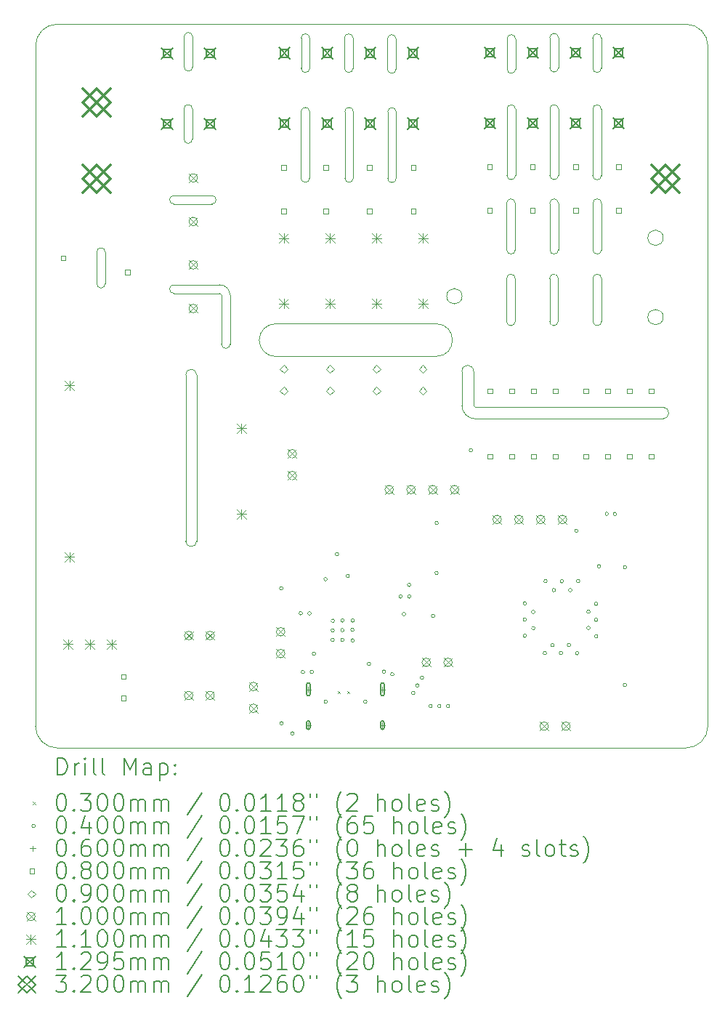
<source format=gbr>
%FSLAX45Y45*%
G04 Gerber Fmt 4.5, Leading zero omitted, Abs format (unit mm)*
G04 Created by KiCad (PCBNEW (6.0.4)) date 2022-06-04 02:20:01*
%MOMM*%
%LPD*%
G01*
G04 APERTURE LIST*
%TA.AperFunction,Profile*%
%ADD10C,0.050000*%
%TD*%
%TA.AperFunction,Profile*%
%ADD11C,0.100000*%
%TD*%
%ADD12C,0.200000*%
%ADD13C,0.030000*%
%ADD14C,0.040000*%
%ADD15C,0.060000*%
%ADD16C,0.080000*%
%ADD17C,0.090000*%
%ADD18C,0.100000*%
%ADD19C,0.110000*%
%ADD20C,0.129540*%
%ADD21C,0.320000*%
G04 APERTURE END LIST*
D10*
X16620175Y-8532745D02*
G75*
G03*
X16719825Y-8532745I49825J0D01*
G01*
X16719825Y-8532745D02*
X16719825Y-7760000D01*
X16719825Y-7760000D02*
G75*
G03*
X16620175Y-7760000I-49825J0D01*
G01*
X16620175Y-7760000D02*
X16620175Y-8532745D01*
X16120175Y-8530175D02*
G75*
G03*
X16219825Y-8530175I49825J0D01*
G01*
X16219825Y-8530175D02*
X16219825Y-7757430D01*
X16219825Y-7757430D02*
G75*
G03*
X16120175Y-7757430I-49825J0D01*
G01*
X16120175Y-7757430D02*
X16120175Y-8530175D01*
X15610175Y-8530175D02*
G75*
G03*
X15709825Y-8530175I49825J0D01*
G01*
X15709825Y-8530175D02*
X15709825Y-7757430D01*
X15709825Y-7757430D02*
G75*
G03*
X15610175Y-7757430I-49825J0D01*
G01*
X15610175Y-7757430D02*
X15610175Y-8530175D01*
X20097750Y-15170150D02*
G75*
G03*
X20351750Y-14916150I0J254000D01*
G01*
X20351750Y-14916150D02*
X20351750Y-6991350D01*
X16183650Y-15170350D02*
X12769850Y-15170350D01*
X19832150Y-9226550D02*
G75*
G03*
X19832150Y-9226550I-90000J0D01*
G01*
D11*
X17183650Y-10608393D02*
X15313620Y-10608393D01*
D10*
X20097750Y-6737350D02*
X12769850Y-6737350D01*
D11*
X15313620Y-10227950D02*
X17183650Y-10227950D01*
D10*
X15313620Y-10227947D02*
G75*
G03*
X15313620Y-10608393I-1J-190223D01*
G01*
X12515850Y-14916150D02*
X12515850Y-6991350D01*
X17183650Y-10608390D02*
G75*
G03*
X17183650Y-10227950I0J190220D01*
G01*
X12515850Y-14916150D02*
G75*
G03*
X12769850Y-15170350I254200J0D01*
G01*
X20097750Y-15170150D02*
X16183650Y-15170350D01*
X20351750Y-6991350D02*
G75*
G03*
X20097750Y-6737350I-254000J0D01*
G01*
X14393650Y-10821350D02*
G75*
G03*
X14266650Y-10821350I-63500J0D01*
G01*
X14683237Y-10465489D02*
G75*
G03*
X14782887Y-10465489I49825J-285D01*
G01*
X18609605Y-9365955D02*
X18609605Y-8822985D01*
X19010040Y-6899910D02*
X19010040Y-7250750D01*
X17487730Y-9907270D02*
G75*
G03*
X17487730Y-9907270I-90000J0D01*
G01*
X15611520Y-6899910D02*
X15611520Y-7250750D01*
X17485588Y-11180000D02*
G75*
G03*
X17640000Y-11334412I154412J0D01*
G01*
X18011820Y-7260910D02*
G75*
G03*
X18111470Y-7260910I49825J0D01*
G01*
X18007035Y-8822985D02*
X18007035Y-9365955D01*
X18111470Y-6910070D02*
G75*
G03*
X18011820Y-6910070I-49825J0D01*
G01*
X14245000Y-7725410D02*
X14245000Y-8076250D01*
X18106685Y-9365955D02*
X18106685Y-8822985D01*
X18007035Y-10200000D02*
G75*
G03*
X18106685Y-10200000I49825J0D01*
G01*
X16116980Y-7250750D02*
G75*
G03*
X16216630Y-7250750I49825J0D01*
G01*
X19010335Y-8500990D02*
G75*
G03*
X19109985Y-8500990I49825J0D01*
G01*
X19832150Y-10151110D02*
G75*
G03*
X19832150Y-10151110I-90000J0D01*
G01*
X19112525Y-9365955D02*
X19112525Y-8822985D01*
X18509955Y-9365955D02*
G75*
G03*
X18609605Y-9365955I49825J0D01*
G01*
X16216630Y-6899910D02*
G75*
G03*
X16116980Y-6899910I-49825J0D01*
G01*
X19010040Y-7250750D02*
G75*
G03*
X19109690Y-7250750I49825J0D01*
G01*
X14571237Y-8733438D02*
X14128062Y-8733438D01*
X18106685Y-8822985D02*
G75*
G03*
X18007035Y-8822985I-49825J0D01*
G01*
X19010335Y-7728245D02*
X19010335Y-8500990D01*
X19109985Y-8500990D02*
X19109985Y-7728245D01*
X14128062Y-9773433D02*
G75*
G03*
X14128062Y-9873088I-283J-49828D01*
G01*
X16617360Y-6910070D02*
X16617360Y-7260910D01*
D11*
X17640000Y-11199792D02*
X19829887Y-11199792D01*
D10*
X17620208Y-10780000D02*
G75*
G03*
X17485588Y-10780000I-67310J-3D01*
G01*
X18507415Y-9700000D02*
X18507415Y-10200000D01*
X14128062Y-9873088D02*
X14663420Y-9872980D01*
X19112525Y-8822985D02*
G75*
G03*
X19012875Y-8822985I-49825J0D01*
G01*
X14266650Y-10821350D02*
X14266650Y-12761910D01*
X18010650Y-7727070D02*
X18010650Y-8499815D01*
X14247650Y-7235190D02*
G75*
G03*
X14347300Y-7235190I49825J0D01*
G01*
X15611520Y-7250750D02*
G75*
G03*
X15711170Y-7250750I49825J0D01*
G01*
X18609310Y-7245670D02*
X18609310Y-6894830D01*
X19112525Y-10200000D02*
X19112525Y-9700000D01*
X14683740Y-9893300D02*
G75*
G03*
X14663420Y-9872980I-20320J0D01*
G01*
X14683740Y-9893300D02*
X14683237Y-10465489D01*
X18007035Y-9700000D02*
X18007035Y-10200000D01*
X19109985Y-7728245D02*
G75*
G03*
X19010335Y-7728245I-49825J0D01*
G01*
X14782887Y-10465489D02*
X14782800Y-9893300D01*
X18011820Y-6910070D02*
X18011820Y-7260910D01*
X19012875Y-9700000D02*
X19012875Y-10200000D01*
X13229000Y-9760925D02*
G75*
G03*
X13328650Y-9760925I49825J0D01*
G01*
D11*
X19829887Y-11334412D02*
X17640000Y-11334412D01*
D10*
X18609605Y-8498450D02*
X18609605Y-7725705D01*
X18010650Y-8499815D02*
G75*
G03*
X18110300Y-8499815I49825J0D01*
G01*
X14347300Y-6884350D02*
G75*
G03*
X14247650Y-6884350I-49825J0D01*
G01*
X14347300Y-7235190D02*
X14347300Y-6884350D01*
X14571237Y-8833083D02*
G75*
G03*
X14571237Y-8733438I3J49823D01*
G01*
X14344650Y-8076250D02*
X14344650Y-7725410D01*
X18110300Y-8499815D02*
X18110300Y-7727070D01*
X14344650Y-7725410D02*
G75*
G03*
X14245000Y-7725410I-49825J0D01*
G01*
X14245000Y-8076250D02*
G75*
G03*
X14344650Y-8076250I49825J0D01*
G01*
X16717010Y-7260910D02*
X16717010Y-6910070D01*
X16116980Y-6899910D02*
X16116980Y-7250750D01*
X18509955Y-8822985D02*
X18509955Y-9365955D01*
X16717010Y-6910070D02*
G75*
G03*
X16617360Y-6910070I-49825J0D01*
G01*
X18007035Y-9365955D02*
G75*
G03*
X18106685Y-9365955I49825J0D01*
G01*
X12769850Y-6737350D02*
G75*
G03*
X12515850Y-6991350I0J-254000D01*
G01*
X14128062Y-8733433D02*
G75*
G03*
X14128062Y-8833088I-3J-49828D01*
G01*
X13229000Y-9392975D02*
X13229000Y-9760925D01*
X18509955Y-7725705D02*
X18509955Y-8498450D01*
X16216630Y-7250750D02*
X16216630Y-6899910D01*
X18609605Y-8822985D02*
G75*
G03*
X18509955Y-8822985I-49825J0D01*
G01*
X18509660Y-7245670D02*
G75*
G03*
X18609310Y-7245670I49825J0D01*
G01*
X18609310Y-6894830D02*
G75*
G03*
X18509660Y-6894830I-49825J0D01*
G01*
X14266650Y-12761910D02*
G75*
G03*
X14393650Y-12761910I63500J1561D01*
G01*
X19112525Y-9700000D02*
G75*
G03*
X19012875Y-9700000I-49825J0D01*
G01*
X19012875Y-9365955D02*
G75*
G03*
X19112525Y-9365955I49825J0D01*
G01*
X18509955Y-8498450D02*
G75*
G03*
X18609605Y-8498450I49825J0D01*
G01*
X17620208Y-11180000D02*
G75*
G03*
X17640000Y-11199792I19792J0D01*
G01*
X18507415Y-10200000D02*
G75*
G03*
X18607065Y-10200000I49825J0D01*
G01*
X19109690Y-7250750D02*
X19109690Y-6899910D01*
X18609605Y-7725705D02*
G75*
G03*
X18509955Y-7725705I-49825J0D01*
G01*
X14782800Y-9893300D02*
G75*
G03*
X14663420Y-9773920I-119380J0D01*
G01*
X15711170Y-6899910D02*
G75*
G03*
X15611520Y-6899910I-49825J0D01*
G01*
X15711170Y-7250750D02*
X15711170Y-6899910D01*
X14247650Y-6884350D02*
X14247650Y-7235190D01*
X19012875Y-8822985D02*
X19012875Y-9365955D01*
X14663420Y-9773920D02*
X14128062Y-9773438D01*
X18106685Y-10200000D02*
X18106685Y-9700000D01*
X17485588Y-11180000D02*
X17485588Y-10780000D01*
X13328650Y-9392975D02*
G75*
G03*
X13229000Y-9392975I-49825J0D01*
G01*
X19829887Y-11334408D02*
G75*
G03*
X19829887Y-11199792I3J67308D01*
G01*
X17620208Y-10780000D02*
X17620208Y-11180000D01*
X18106685Y-9700000D02*
G75*
G03*
X18007035Y-9700000I-49825J0D01*
G01*
X18607065Y-9700000D02*
G75*
G03*
X18507415Y-9700000I-49825J0D01*
G01*
X19109690Y-6899910D02*
G75*
G03*
X19010040Y-6899910I-49825J0D01*
G01*
X16617360Y-7260910D02*
G75*
G03*
X16717010Y-7260910I49825J0D01*
G01*
X13328650Y-9760925D02*
X13328650Y-9392975D01*
X18509660Y-6894830D02*
X18509660Y-7245670D01*
X18607065Y-10200000D02*
X18607065Y-9700000D01*
X18111470Y-7260910D02*
X18111470Y-6910070D01*
X14393650Y-12761910D02*
X14393650Y-10821350D01*
X14128062Y-8833088D02*
X14571237Y-8833088D01*
X18110300Y-7727070D02*
G75*
G03*
X18010650Y-7727070I-49825J0D01*
G01*
X19012875Y-10200000D02*
G75*
G03*
X19112525Y-10200000I49825J0D01*
G01*
D12*
D13*
X16035300Y-14507450D02*
X16065300Y-14537450D01*
X16065300Y-14507450D02*
X16035300Y-14537450D01*
X16145750Y-14507450D02*
X16175750Y-14537450D01*
X16175750Y-14507450D02*
X16145750Y-14537450D01*
D14*
X15400000Y-13310000D02*
G75*
G03*
X15400000Y-13310000I-20000J0D01*
G01*
X15402650Y-14883350D02*
G75*
G03*
X15402650Y-14883350I-20000J0D01*
G01*
X15530650Y-15000350D02*
G75*
G03*
X15530650Y-15000350I-20000J0D01*
G01*
X15626650Y-13600550D02*
G75*
G03*
X15626650Y-13600550I-20000J0D01*
G01*
X15652430Y-14286230D02*
G75*
G03*
X15652430Y-14286230I-20000J0D01*
G01*
X15728398Y-13601390D02*
G75*
G03*
X15728398Y-13601390I-20000J0D01*
G01*
X15755650Y-14284350D02*
G75*
G03*
X15755650Y-14284350I-20000J0D01*
G01*
X15781210Y-14070890D02*
G75*
G03*
X15781210Y-14070890I-20000J0D01*
G01*
X15916650Y-13203350D02*
G75*
G03*
X15916650Y-13203350I-20000J0D01*
G01*
X15918300Y-14630078D02*
G75*
G03*
X15918300Y-14630078I-20000J0D01*
G01*
X15998650Y-13910390D02*
G75*
G03*
X15998650Y-13910390I-20000J0D01*
G01*
X15999650Y-13799950D02*
G75*
G03*
X15999650Y-13799950I-20000J0D01*
G01*
X16000490Y-13688190D02*
G75*
G03*
X16000490Y-13688190I-20000J0D01*
G01*
X16049650Y-12912300D02*
G75*
G03*
X16049650Y-12912300I-20000J0D01*
G01*
X16112250Y-13685650D02*
G75*
G03*
X16112250Y-13685650I-20000J0D01*
G01*
X16112250Y-13797410D02*
G75*
G03*
X16112250Y-13797410I-20000J0D01*
G01*
X16112650Y-13910390D02*
G75*
G03*
X16112650Y-13910390I-20000J0D01*
G01*
X16173650Y-13166350D02*
G75*
G03*
X16173650Y-13166350I-20000J0D01*
G01*
X16229090Y-13794870D02*
G75*
G03*
X16229090Y-13794870I-20000J0D01*
G01*
X16230650Y-13917390D02*
G75*
G03*
X16230650Y-13917390I-20000J0D01*
G01*
X16231630Y-13685650D02*
G75*
G03*
X16231630Y-13685650I-20000J0D01*
G01*
X16380000Y-14630000D02*
G75*
G03*
X16380000Y-14630000I-20000J0D01*
G01*
X16422110Y-14190090D02*
G75*
G03*
X16422110Y-14190090I-20000J0D01*
G01*
X16597310Y-14281150D02*
G75*
G03*
X16597310Y-14281150I-20000J0D01*
G01*
X16693830Y-14311630D02*
G75*
G03*
X16693830Y-14311630I-20000J0D01*
G01*
X16790350Y-13404850D02*
G75*
G03*
X16790350Y-13404850I-20000J0D01*
G01*
X16830000Y-13610000D02*
G75*
G03*
X16830000Y-13610000I-20000J0D01*
G01*
X16890000Y-13270000D02*
G75*
G03*
X16890000Y-13270000I-20000J0D01*
G01*
X16891950Y-13404850D02*
G75*
G03*
X16891950Y-13404850I-20000J0D01*
G01*
X16937670Y-14530070D02*
G75*
G03*
X16937670Y-14530070I-20000J0D01*
G01*
X16985930Y-14441170D02*
G75*
G03*
X16985930Y-14441170I-20000J0D01*
G01*
X17039270Y-14349730D02*
G75*
G03*
X17039270Y-14349730I-20000J0D01*
G01*
X17139600Y-14681200D02*
G75*
G03*
X17139600Y-14681200I-20000J0D01*
G01*
X17170000Y-13630000D02*
G75*
G03*
X17170000Y-13630000I-20000J0D01*
G01*
X17210000Y-13130000D02*
G75*
G03*
X17210000Y-13130000I-20000J0D01*
G01*
X17211263Y-12548737D02*
G75*
G03*
X17211263Y-12548737I-20000J0D01*
G01*
X17241200Y-14681200D02*
G75*
G03*
X17241200Y-14681200I-20000J0D01*
G01*
X17342800Y-14681200D02*
G75*
G03*
X17342800Y-14681200I-20000J0D01*
G01*
X17610000Y-11700000D02*
G75*
G03*
X17610000Y-11700000I-20000J0D01*
G01*
X18238150Y-13486130D02*
G75*
G03*
X18238150Y-13486130I-20000J0D01*
G01*
X18238150Y-13674090D02*
G75*
G03*
X18238150Y-13674090I-20000J0D01*
G01*
X18238150Y-13862050D02*
G75*
G03*
X18238150Y-13862050I-20000J0D01*
G01*
X18337210Y-13585190D02*
G75*
G03*
X18337210Y-13585190I-20000J0D01*
G01*
X18337210Y-13773150D02*
G75*
G03*
X18337210Y-13773150I-20000J0D01*
G01*
X18471830Y-14065250D02*
G75*
G03*
X18471830Y-14065250I-20000J0D01*
G01*
X18480000Y-13227050D02*
G75*
G03*
X18480000Y-13227050I-20000J0D01*
G01*
X18560730Y-13971270D02*
G75*
G03*
X18560730Y-13971270I-20000J0D01*
G01*
X18575970Y-13331190D02*
G75*
G03*
X18575970Y-13331190I-20000J0D01*
G01*
X18659790Y-14065250D02*
G75*
G03*
X18659790Y-14065250I-20000J0D01*
G01*
X18670000Y-13227050D02*
G75*
G03*
X18670000Y-13227050I-20000J0D01*
G01*
X18753770Y-13971270D02*
G75*
G03*
X18753770Y-13971270I-20000J0D01*
G01*
X18769010Y-13331190D02*
G75*
G03*
X18769010Y-13331190I-20000J0D01*
G01*
X18840130Y-12640310D02*
G75*
G03*
X18840130Y-12640310I-20000J0D01*
G01*
X18847750Y-14065250D02*
G75*
G03*
X18847750Y-14065250I-20000J0D01*
G01*
X18860000Y-13227050D02*
G75*
G03*
X18860000Y-13227050I-20000J0D01*
G01*
X18980000Y-13582650D02*
G75*
G03*
X18980000Y-13582650I-20000J0D01*
G01*
X18980000Y-13770000D02*
G75*
G03*
X18980000Y-13770000I-20000J0D01*
G01*
X19070000Y-13490000D02*
G75*
G03*
X19070000Y-13490000I-20000J0D01*
G01*
X19070000Y-13676630D02*
G75*
G03*
X19070000Y-13676630I-20000J0D01*
G01*
X19070000Y-13870000D02*
G75*
G03*
X19070000Y-13870000I-20000J0D01*
G01*
X19103650Y-13052350D02*
G75*
G03*
X19103650Y-13052350I-20000J0D01*
G01*
X19193190Y-12442190D02*
G75*
G03*
X19193190Y-12442190I-20000J0D01*
G01*
X19287170Y-12443242D02*
G75*
G03*
X19287170Y-12443242I-20000J0D01*
G01*
X19405650Y-14434350D02*
G75*
G03*
X19405650Y-14434350I-20000J0D01*
G01*
X19406550Y-13064490D02*
G75*
G03*
X19406550Y-13064490I-20000J0D01*
G01*
D15*
X15695300Y-14457090D02*
X15695300Y-14517090D01*
X15665300Y-14487090D02*
X15725300Y-14487090D01*
D12*
X15675300Y-14432090D02*
X15675300Y-14542090D01*
X15715300Y-14432090D02*
X15715300Y-14542090D01*
X15675300Y-14542090D02*
G75*
G03*
X15715300Y-14542090I20000J0D01*
G01*
X15715300Y-14432090D02*
G75*
G03*
X15675300Y-14432090I-20000J0D01*
G01*
D15*
X15695300Y-14875090D02*
X15695300Y-14935090D01*
X15665300Y-14905090D02*
X15725300Y-14905090D01*
D12*
X15675300Y-14875090D02*
X15675300Y-14935090D01*
X15715300Y-14875090D02*
X15715300Y-14935090D01*
X15675300Y-14935090D02*
G75*
G03*
X15715300Y-14935090I20000J0D01*
G01*
X15715300Y-14875090D02*
G75*
G03*
X15675300Y-14875090I-20000J0D01*
G01*
D15*
X16559300Y-14457090D02*
X16559300Y-14517090D01*
X16529300Y-14487090D02*
X16589300Y-14487090D01*
D12*
X16539300Y-14432090D02*
X16539300Y-14542090D01*
X16579300Y-14432090D02*
X16579300Y-14542090D01*
X16539300Y-14542090D02*
G75*
G03*
X16579300Y-14542090I20000J0D01*
G01*
X16579300Y-14432090D02*
G75*
G03*
X16539300Y-14432090I-20000J0D01*
G01*
D15*
X16559300Y-14875090D02*
X16559300Y-14935090D01*
X16529300Y-14905090D02*
X16589300Y-14905090D01*
D12*
X16539300Y-14875090D02*
X16539300Y-14935090D01*
X16579300Y-14875090D02*
X16579300Y-14935090D01*
X16539300Y-14935090D02*
G75*
G03*
X16579300Y-14935090I20000J0D01*
G01*
X16579300Y-14875090D02*
G75*
G03*
X16539300Y-14875090I-20000J0D01*
G01*
D16*
X12866934Y-9490635D02*
X12866934Y-9434066D01*
X12810365Y-9434066D01*
X12810365Y-9490635D01*
X12866934Y-9490635D01*
X13568284Y-14368284D02*
X13568284Y-14311715D01*
X13511715Y-14311715D01*
X13511715Y-14368284D01*
X13568284Y-14368284D01*
X13568284Y-14618284D02*
X13568284Y-14561715D01*
X13511715Y-14561715D01*
X13511715Y-14618284D01*
X13568284Y-14618284D01*
X13616934Y-9653968D02*
X13616934Y-9597399D01*
X13560365Y-9597399D01*
X13560365Y-9653968D01*
X13616934Y-9653968D01*
X15438284Y-8438285D02*
X15438284Y-8381715D01*
X15381715Y-8381715D01*
X15381715Y-8438285D01*
X15438284Y-8438285D01*
X15438284Y-8946285D02*
X15438284Y-8889716D01*
X15381715Y-8889716D01*
X15381715Y-8946285D01*
X15438284Y-8946285D01*
X15928284Y-8434285D02*
X15928284Y-8377715D01*
X15871715Y-8377715D01*
X15871715Y-8434285D01*
X15928284Y-8434285D01*
X15928284Y-8942285D02*
X15928284Y-8885716D01*
X15871715Y-8885716D01*
X15871715Y-8942285D01*
X15928284Y-8942285D01*
X16438284Y-8434285D02*
X16438284Y-8377715D01*
X16381715Y-8377715D01*
X16381715Y-8434285D01*
X16438284Y-8434285D01*
X16438284Y-8942285D02*
X16438284Y-8885716D01*
X16381715Y-8885716D01*
X16381715Y-8942285D01*
X16438284Y-8942285D01*
X16948285Y-8434285D02*
X16948285Y-8377715D01*
X16891716Y-8377715D01*
X16891716Y-8434285D01*
X16948285Y-8434285D01*
X16948285Y-8942285D02*
X16948285Y-8885716D01*
X16891716Y-8885716D01*
X16891716Y-8942285D01*
X16948285Y-8942285D01*
X17837495Y-8429335D02*
X17837495Y-8372765D01*
X17780926Y-8372765D01*
X17780926Y-8429335D01*
X17837495Y-8429335D01*
X17837495Y-8937335D02*
X17837495Y-8880766D01*
X17780926Y-8880766D01*
X17780926Y-8937335D01*
X17837495Y-8937335D01*
X17841412Y-11040117D02*
X17841412Y-10983548D01*
X17784843Y-10983548D01*
X17784843Y-11040117D01*
X17841412Y-11040117D01*
X17841412Y-11802116D02*
X17841412Y-11745547D01*
X17784843Y-11745547D01*
X17784843Y-11802116D01*
X17841412Y-11802116D01*
X18095412Y-11040117D02*
X18095412Y-10983548D01*
X18038843Y-10983548D01*
X18038843Y-11040117D01*
X18095412Y-11040117D01*
X18095412Y-11802116D02*
X18095412Y-11745547D01*
X18038843Y-11745547D01*
X18038843Y-11802116D01*
X18095412Y-11802116D01*
X18335335Y-8429335D02*
X18335335Y-8372765D01*
X18278766Y-8372765D01*
X18278766Y-8429335D01*
X18335335Y-8429335D01*
X18335335Y-8937335D02*
X18335335Y-8880766D01*
X18278766Y-8880766D01*
X18278766Y-8937335D01*
X18335335Y-8937335D01*
X18349412Y-11040117D02*
X18349412Y-10983548D01*
X18292843Y-10983548D01*
X18292843Y-11040117D01*
X18349412Y-11040117D01*
X18349412Y-11802116D02*
X18349412Y-11745547D01*
X18292843Y-11745547D01*
X18292843Y-11802116D01*
X18349412Y-11802116D01*
X18603412Y-11040117D02*
X18603412Y-10983548D01*
X18546843Y-10983548D01*
X18546843Y-11040117D01*
X18603412Y-11040117D01*
X18603412Y-11802116D02*
X18603412Y-11745547D01*
X18546843Y-11745547D01*
X18546843Y-11802116D01*
X18603412Y-11802116D01*
X18838255Y-8429335D02*
X18838255Y-8372765D01*
X18781686Y-8372765D01*
X18781686Y-8429335D01*
X18838255Y-8429335D01*
X18838255Y-8937335D02*
X18838255Y-8880766D01*
X18781686Y-8880766D01*
X18781686Y-8937335D01*
X18838255Y-8937335D01*
X18959012Y-11040117D02*
X18959012Y-10983548D01*
X18902443Y-10983548D01*
X18902443Y-11040117D01*
X18959012Y-11040117D01*
X18959012Y-11802116D02*
X18959012Y-11745547D01*
X18902443Y-11745547D01*
X18902443Y-11802116D01*
X18959012Y-11802116D01*
X19213012Y-11040117D02*
X19213012Y-10983548D01*
X19156443Y-10983548D01*
X19156443Y-11040117D01*
X19213012Y-11040117D01*
X19213012Y-11802116D02*
X19213012Y-11745547D01*
X19156443Y-11745547D01*
X19156443Y-11802116D01*
X19213012Y-11802116D01*
X19341175Y-8429335D02*
X19341175Y-8372765D01*
X19284606Y-8372765D01*
X19284606Y-8429335D01*
X19341175Y-8429335D01*
X19341175Y-8937335D02*
X19341175Y-8880766D01*
X19284606Y-8880766D01*
X19284606Y-8937335D01*
X19341175Y-8937335D01*
X19467012Y-11040117D02*
X19467012Y-10983548D01*
X19410443Y-10983548D01*
X19410443Y-11040117D01*
X19467012Y-11040117D01*
X19467012Y-11802116D02*
X19467012Y-11745547D01*
X19410443Y-11745547D01*
X19410443Y-11802116D01*
X19467012Y-11802116D01*
X19721012Y-11040117D02*
X19721012Y-10983548D01*
X19664443Y-10983548D01*
X19664443Y-11040117D01*
X19721012Y-11040117D01*
X19721012Y-11802116D02*
X19721012Y-11745547D01*
X19664443Y-11745547D01*
X19664443Y-11802116D01*
X19721012Y-11802116D01*
D17*
X15410000Y-10799000D02*
X15455000Y-10754000D01*
X15410000Y-10709000D01*
X15365000Y-10754000D01*
X15410000Y-10799000D01*
X15410000Y-11053000D02*
X15455000Y-11008000D01*
X15410000Y-10963000D01*
X15365000Y-11008000D01*
X15410000Y-11053000D01*
X15950000Y-10799000D02*
X15995000Y-10754000D01*
X15950000Y-10709000D01*
X15905000Y-10754000D01*
X15950000Y-10799000D01*
X15950000Y-11053000D02*
X15995000Y-11008000D01*
X15950000Y-10963000D01*
X15905000Y-11008000D01*
X15950000Y-11053000D01*
X16490000Y-10799000D02*
X16535000Y-10754000D01*
X16490000Y-10709000D01*
X16445000Y-10754000D01*
X16490000Y-10799000D01*
X16490000Y-11053000D02*
X16535000Y-11008000D01*
X16490000Y-10963000D01*
X16445000Y-11008000D01*
X16490000Y-11053000D01*
X17030000Y-10799000D02*
X17075000Y-10754000D01*
X17030000Y-10709000D01*
X16985000Y-10754000D01*
X17030000Y-10799000D01*
X17030000Y-11053000D02*
X17075000Y-11008000D01*
X17030000Y-10963000D01*
X16985000Y-11008000D01*
X17030000Y-11053000D01*
D18*
X14250930Y-13810350D02*
X14350930Y-13910350D01*
X14350930Y-13810350D02*
X14250930Y-13910350D01*
X14350930Y-13860350D02*
G75*
G03*
X14350930Y-13860350I-50000J0D01*
G01*
X14250930Y-14508010D02*
X14350930Y-14608010D01*
X14350930Y-14508010D02*
X14250930Y-14608010D01*
X14350930Y-14558010D02*
G75*
G03*
X14350930Y-14558010I-50000J0D01*
G01*
X14303650Y-8986350D02*
X14403650Y-9086350D01*
X14403650Y-8986350D02*
X14303650Y-9086350D01*
X14403650Y-9036350D02*
G75*
G03*
X14403650Y-9036350I-50000J0D01*
G01*
X14303650Y-9999350D02*
X14403650Y-10099350D01*
X14403650Y-9999350D02*
X14303650Y-10099350D01*
X14403650Y-10049350D02*
G75*
G03*
X14403650Y-10049350I-50000J0D01*
G01*
X14304650Y-8478350D02*
X14404650Y-8578350D01*
X14404650Y-8478350D02*
X14304650Y-8578350D01*
X14404650Y-8528350D02*
G75*
G03*
X14404650Y-8528350I-50000J0D01*
G01*
X14304650Y-9491350D02*
X14404650Y-9591350D01*
X14404650Y-9491350D02*
X14304650Y-9591350D01*
X14404650Y-9541350D02*
G75*
G03*
X14404650Y-9541350I-50000J0D01*
G01*
X14500930Y-13810350D02*
X14600930Y-13910350D01*
X14600930Y-13810350D02*
X14500930Y-13910350D01*
X14600930Y-13860350D02*
G75*
G03*
X14600930Y-13860350I-50000J0D01*
G01*
X14500930Y-14508010D02*
X14600930Y-14608010D01*
X14600930Y-14508010D02*
X14500930Y-14608010D01*
X14600930Y-14558010D02*
G75*
G03*
X14600930Y-14558010I-50000J0D01*
G01*
X15005850Y-14403870D02*
X15105850Y-14503870D01*
X15105850Y-14403870D02*
X15005850Y-14503870D01*
X15105850Y-14453870D02*
G75*
G03*
X15105850Y-14453870I-50000J0D01*
G01*
X15005850Y-14657870D02*
X15105850Y-14757870D01*
X15105850Y-14657870D02*
X15005850Y-14757870D01*
X15105850Y-14707870D02*
G75*
G03*
X15105850Y-14707870I-50000J0D01*
G01*
X15323350Y-13766830D02*
X15423350Y-13866830D01*
X15423350Y-13766830D02*
X15323350Y-13866830D01*
X15423350Y-13816830D02*
G75*
G03*
X15423350Y-13816830I-50000J0D01*
G01*
X15323350Y-14020830D02*
X15423350Y-14120830D01*
X15423350Y-14020830D02*
X15323350Y-14120830D01*
X15423350Y-14070830D02*
G75*
G03*
X15423350Y-14070830I-50000J0D01*
G01*
X15458050Y-11692550D02*
X15558050Y-11792550D01*
X15558050Y-11692550D02*
X15458050Y-11792550D01*
X15558050Y-11742550D02*
G75*
G03*
X15558050Y-11742550I-50000J0D01*
G01*
X15458050Y-11946550D02*
X15558050Y-12046550D01*
X15558050Y-11946550D02*
X15458050Y-12046550D01*
X15558050Y-11996550D02*
G75*
G03*
X15558050Y-11996550I-50000J0D01*
G01*
X16588000Y-12110000D02*
X16688000Y-12210000D01*
X16688000Y-12110000D02*
X16588000Y-12210000D01*
X16688000Y-12160000D02*
G75*
G03*
X16688000Y-12160000I-50000J0D01*
G01*
X16842000Y-12110000D02*
X16942000Y-12210000D01*
X16942000Y-12110000D02*
X16842000Y-12210000D01*
X16942000Y-12160000D02*
G75*
G03*
X16942000Y-12160000I-50000J0D01*
G01*
X17020070Y-14121930D02*
X17120070Y-14221930D01*
X17120070Y-14121930D02*
X17020070Y-14221930D01*
X17120070Y-14171930D02*
G75*
G03*
X17120070Y-14171930I-50000J0D01*
G01*
X17096000Y-12110000D02*
X17196000Y-12210000D01*
X17196000Y-12110000D02*
X17096000Y-12210000D01*
X17196000Y-12160000D02*
G75*
G03*
X17196000Y-12160000I-50000J0D01*
G01*
X17274070Y-14121930D02*
X17374070Y-14221930D01*
X17374070Y-14121930D02*
X17274070Y-14221930D01*
X17374070Y-14171930D02*
G75*
G03*
X17374070Y-14171930I-50000J0D01*
G01*
X17350000Y-12110000D02*
X17450000Y-12210000D01*
X17450000Y-12110000D02*
X17350000Y-12210000D01*
X17450000Y-12160000D02*
G75*
G03*
X17450000Y-12160000I-50000J0D01*
G01*
X17845570Y-12458230D02*
X17945570Y-12558230D01*
X17945570Y-12458230D02*
X17845570Y-12558230D01*
X17945570Y-12508230D02*
G75*
G03*
X17945570Y-12508230I-50000J0D01*
G01*
X18099570Y-12458230D02*
X18199570Y-12558230D01*
X18199570Y-12458230D02*
X18099570Y-12558230D01*
X18199570Y-12508230D02*
G75*
G03*
X18199570Y-12508230I-50000J0D01*
G01*
X18353570Y-12458230D02*
X18453570Y-12558230D01*
X18453570Y-12458230D02*
X18353570Y-12558230D01*
X18453570Y-12508230D02*
G75*
G03*
X18453570Y-12508230I-50000J0D01*
G01*
X18394210Y-14866150D02*
X18494210Y-14966150D01*
X18494210Y-14866150D02*
X18394210Y-14966150D01*
X18494210Y-14916150D02*
G75*
G03*
X18494210Y-14916150I-50000J0D01*
G01*
X18607570Y-12458230D02*
X18707570Y-12558230D01*
X18707570Y-12458230D02*
X18607570Y-12558230D01*
X18707570Y-12508230D02*
G75*
G03*
X18707570Y-12508230I-50000J0D01*
G01*
X18648210Y-14866150D02*
X18748210Y-14966150D01*
X18748210Y-14866150D02*
X18648210Y-14966150D01*
X18748210Y-14916150D02*
G75*
G03*
X18748210Y-14916150I-50000J0D01*
G01*
D19*
X12841000Y-13905000D02*
X12951000Y-14015000D01*
X12951000Y-13905000D02*
X12841000Y-14015000D01*
X12896000Y-13905000D02*
X12896000Y-14015000D01*
X12841000Y-13960000D02*
X12951000Y-13960000D01*
X12858610Y-10889350D02*
X12968610Y-10999350D01*
X12968610Y-10889350D02*
X12858610Y-10999350D01*
X12913610Y-10889350D02*
X12913610Y-10999350D01*
X12858610Y-10944350D02*
X12968610Y-10944350D01*
X12858610Y-12889350D02*
X12968610Y-12999350D01*
X12968610Y-12889350D02*
X12858610Y-12999350D01*
X12913610Y-12889350D02*
X12913610Y-12999350D01*
X12858610Y-12944350D02*
X12968610Y-12944350D01*
X13095000Y-13905000D02*
X13205000Y-14015000D01*
X13205000Y-13905000D02*
X13095000Y-14015000D01*
X13150000Y-13905000D02*
X13150000Y-14015000D01*
X13095000Y-13960000D02*
X13205000Y-13960000D01*
X13349000Y-13905000D02*
X13459000Y-14015000D01*
X13459000Y-13905000D02*
X13349000Y-14015000D01*
X13404000Y-13905000D02*
X13404000Y-14015000D01*
X13349000Y-13960000D02*
X13459000Y-13960000D01*
X14858610Y-11389350D02*
X14968610Y-11499350D01*
X14968610Y-11389350D02*
X14858610Y-11499350D01*
X14913610Y-11389350D02*
X14913610Y-11499350D01*
X14858610Y-11444350D02*
X14968610Y-11444350D01*
X14858610Y-12389350D02*
X14968610Y-12499350D01*
X14968610Y-12389350D02*
X14858610Y-12499350D01*
X14913610Y-12389350D02*
X14913610Y-12499350D01*
X14858610Y-12444350D02*
X14968610Y-12444350D01*
X15355000Y-9175000D02*
X15465000Y-9285000D01*
X15465000Y-9175000D02*
X15355000Y-9285000D01*
X15410000Y-9175000D02*
X15410000Y-9285000D01*
X15355000Y-9230000D02*
X15465000Y-9230000D01*
X15355000Y-9937000D02*
X15465000Y-10047000D01*
X15465000Y-9937000D02*
X15355000Y-10047000D01*
X15410000Y-9937000D02*
X15410000Y-10047000D01*
X15355000Y-9992000D02*
X15465000Y-9992000D01*
X15895000Y-9175000D02*
X16005000Y-9285000D01*
X16005000Y-9175000D02*
X15895000Y-9285000D01*
X15950000Y-9175000D02*
X15950000Y-9285000D01*
X15895000Y-9230000D02*
X16005000Y-9230000D01*
X15895000Y-9937000D02*
X16005000Y-10047000D01*
X16005000Y-9937000D02*
X15895000Y-10047000D01*
X15950000Y-9937000D02*
X15950000Y-10047000D01*
X15895000Y-9992000D02*
X16005000Y-9992000D01*
X16435000Y-9175000D02*
X16545000Y-9285000D01*
X16545000Y-9175000D02*
X16435000Y-9285000D01*
X16490000Y-9175000D02*
X16490000Y-9285000D01*
X16435000Y-9230000D02*
X16545000Y-9230000D01*
X16435000Y-9937000D02*
X16545000Y-10047000D01*
X16545000Y-9937000D02*
X16435000Y-10047000D01*
X16490000Y-9937000D02*
X16490000Y-10047000D01*
X16435000Y-9992000D02*
X16545000Y-9992000D01*
X16975000Y-9175000D02*
X17085000Y-9285000D01*
X17085000Y-9175000D02*
X16975000Y-9285000D01*
X17030000Y-9175000D02*
X17030000Y-9285000D01*
X16975000Y-9230000D02*
X17085000Y-9230000D01*
X16975000Y-9937000D02*
X17085000Y-10047000D01*
X17085000Y-9937000D02*
X16975000Y-10047000D01*
X17030000Y-9937000D02*
X17030000Y-10047000D01*
X16975000Y-9992000D02*
X17085000Y-9992000D01*
D20*
X13985240Y-7012940D02*
X14114780Y-7142480D01*
X14114780Y-7012940D02*
X13985240Y-7142480D01*
X14095810Y-7123510D02*
X14095810Y-7031910D01*
X14004210Y-7031910D01*
X14004210Y-7123510D01*
X14095810Y-7123510D01*
X13985240Y-7832940D02*
X14114780Y-7962480D01*
X14114780Y-7832940D02*
X13985240Y-7962480D01*
X14095810Y-7943510D02*
X14095810Y-7851910D01*
X14004210Y-7851910D01*
X14004210Y-7943510D01*
X14095810Y-7943510D01*
X14485240Y-7012940D02*
X14614780Y-7142480D01*
X14614780Y-7012940D02*
X14485240Y-7142480D01*
X14595810Y-7123510D02*
X14595810Y-7031910D01*
X14504210Y-7031910D01*
X14504210Y-7123510D01*
X14595810Y-7123510D01*
X14485240Y-7832940D02*
X14614780Y-7962480D01*
X14614780Y-7832940D02*
X14485240Y-7962480D01*
X14595810Y-7943510D02*
X14595810Y-7851910D01*
X14504210Y-7851910D01*
X14504210Y-7943510D01*
X14595810Y-7943510D01*
X15349880Y-7010580D02*
X15479420Y-7140120D01*
X15479420Y-7010580D02*
X15349880Y-7140120D01*
X15460450Y-7121150D02*
X15460450Y-7029550D01*
X15368850Y-7029550D01*
X15368850Y-7121150D01*
X15460450Y-7121150D01*
X15349880Y-7830580D02*
X15479420Y-7960120D01*
X15479420Y-7830580D02*
X15349880Y-7960120D01*
X15460450Y-7941150D02*
X15460450Y-7849550D01*
X15368850Y-7849550D01*
X15368850Y-7941150D01*
X15460450Y-7941150D01*
X15849880Y-7010580D02*
X15979420Y-7140120D01*
X15979420Y-7010580D02*
X15849880Y-7140120D01*
X15960450Y-7121150D02*
X15960450Y-7029550D01*
X15868850Y-7029550D01*
X15868850Y-7121150D01*
X15960450Y-7121150D01*
X15849880Y-7830580D02*
X15979420Y-7960120D01*
X15979420Y-7830580D02*
X15849880Y-7960120D01*
X15960450Y-7941150D02*
X15960450Y-7849550D01*
X15868850Y-7849550D01*
X15868850Y-7941150D01*
X15960450Y-7941150D01*
X16349880Y-7010580D02*
X16479420Y-7140120D01*
X16479420Y-7010580D02*
X16349880Y-7140120D01*
X16460450Y-7121150D02*
X16460450Y-7029550D01*
X16368850Y-7029550D01*
X16368850Y-7121150D01*
X16460450Y-7121150D01*
X16349880Y-7830580D02*
X16479420Y-7960120D01*
X16479420Y-7830580D02*
X16349880Y-7960120D01*
X16460450Y-7941150D02*
X16460450Y-7849550D01*
X16368850Y-7849550D01*
X16368850Y-7941150D01*
X16460450Y-7941150D01*
X16849880Y-7010580D02*
X16979420Y-7140120D01*
X16979420Y-7010580D02*
X16849880Y-7140120D01*
X16960450Y-7121150D02*
X16960450Y-7029550D01*
X16868850Y-7029550D01*
X16868850Y-7121150D01*
X16960450Y-7121150D01*
X16849880Y-7830580D02*
X16979420Y-7960120D01*
X16979420Y-7830580D02*
X16849880Y-7960120D01*
X16960450Y-7941150D02*
X16960450Y-7849550D01*
X16868850Y-7849550D01*
X16868850Y-7941150D01*
X16960450Y-7941150D01*
X17745880Y-7006580D02*
X17875420Y-7136120D01*
X17875420Y-7006580D02*
X17745880Y-7136120D01*
X17856450Y-7117150D02*
X17856450Y-7025550D01*
X17764850Y-7025550D01*
X17764850Y-7117150D01*
X17856450Y-7117150D01*
X17745880Y-7826580D02*
X17875420Y-7956120D01*
X17875420Y-7826580D02*
X17745880Y-7956120D01*
X17856450Y-7937150D02*
X17856450Y-7845550D01*
X17764850Y-7845550D01*
X17764850Y-7937150D01*
X17856450Y-7937150D01*
X18245880Y-7006580D02*
X18375420Y-7136120D01*
X18375420Y-7006580D02*
X18245880Y-7136120D01*
X18356450Y-7117150D02*
X18356450Y-7025550D01*
X18264850Y-7025550D01*
X18264850Y-7117150D01*
X18356450Y-7117150D01*
X18245880Y-7826580D02*
X18375420Y-7956120D01*
X18375420Y-7826580D02*
X18245880Y-7956120D01*
X18356450Y-7937150D02*
X18356450Y-7845550D01*
X18264850Y-7845550D01*
X18264850Y-7937150D01*
X18356450Y-7937150D01*
X18745880Y-7006580D02*
X18875420Y-7136120D01*
X18875420Y-7006580D02*
X18745880Y-7136120D01*
X18856450Y-7117150D02*
X18856450Y-7025550D01*
X18764850Y-7025550D01*
X18764850Y-7117150D01*
X18856450Y-7117150D01*
X18745880Y-7826580D02*
X18875420Y-7956120D01*
X18875420Y-7826580D02*
X18745880Y-7956120D01*
X18856450Y-7937150D02*
X18856450Y-7845550D01*
X18764850Y-7845550D01*
X18764850Y-7937150D01*
X18856450Y-7937150D01*
X19245880Y-7006580D02*
X19375420Y-7136120D01*
X19375420Y-7006580D02*
X19245880Y-7136120D01*
X19356450Y-7117150D02*
X19356450Y-7025550D01*
X19264850Y-7025550D01*
X19264850Y-7117150D01*
X19356450Y-7117150D01*
X19245880Y-7826580D02*
X19375420Y-7956120D01*
X19375420Y-7826580D02*
X19245880Y-7956120D01*
X19356450Y-7937150D02*
X19356450Y-7845550D01*
X19264850Y-7845550D01*
X19264850Y-7937150D01*
X19356450Y-7937150D01*
D21*
X13065650Y-7490350D02*
X13385650Y-7810350D01*
X13385650Y-7490350D02*
X13065650Y-7810350D01*
X13225650Y-7810350D02*
X13385650Y-7650350D01*
X13225650Y-7490350D01*
X13065650Y-7650350D01*
X13225650Y-7810350D01*
X13067050Y-8380750D02*
X13387050Y-8700750D01*
X13387050Y-8380750D02*
X13067050Y-8700750D01*
X13227050Y-8700750D02*
X13387050Y-8540750D01*
X13227050Y-8380750D01*
X13067050Y-8540750D01*
X13227050Y-8700750D01*
X19696450Y-8380750D02*
X20016450Y-8700750D01*
X20016450Y-8380750D02*
X19696450Y-8700750D01*
X19856450Y-8700750D02*
X20016450Y-8540750D01*
X19856450Y-8380750D01*
X19696450Y-8540750D01*
X19856450Y-8700750D01*
D12*
X12770969Y-15483326D02*
X12770969Y-15283326D01*
X12818588Y-15283326D01*
X12847159Y-15292850D01*
X12866207Y-15311898D01*
X12875731Y-15330945D01*
X12885255Y-15369040D01*
X12885255Y-15397612D01*
X12875731Y-15435707D01*
X12866207Y-15454755D01*
X12847159Y-15473802D01*
X12818588Y-15483326D01*
X12770969Y-15483326D01*
X12970969Y-15483326D02*
X12970969Y-15349993D01*
X12970969Y-15388088D02*
X12980493Y-15369040D01*
X12990017Y-15359517D01*
X13009064Y-15349993D01*
X13028112Y-15349993D01*
X13094778Y-15483326D02*
X13094778Y-15349993D01*
X13094778Y-15283326D02*
X13085255Y-15292850D01*
X13094778Y-15302374D01*
X13104302Y-15292850D01*
X13094778Y-15283326D01*
X13094778Y-15302374D01*
X13218588Y-15483326D02*
X13199540Y-15473802D01*
X13190017Y-15454755D01*
X13190017Y-15283326D01*
X13323350Y-15483326D02*
X13304302Y-15473802D01*
X13294778Y-15454755D01*
X13294778Y-15283326D01*
X13551921Y-15483326D02*
X13551921Y-15283326D01*
X13618588Y-15426183D01*
X13685255Y-15283326D01*
X13685255Y-15483326D01*
X13866207Y-15483326D02*
X13866207Y-15378564D01*
X13856683Y-15359517D01*
X13837636Y-15349993D01*
X13799540Y-15349993D01*
X13780493Y-15359517D01*
X13866207Y-15473802D02*
X13847159Y-15483326D01*
X13799540Y-15483326D01*
X13780493Y-15473802D01*
X13770969Y-15454755D01*
X13770969Y-15435707D01*
X13780493Y-15416659D01*
X13799540Y-15407136D01*
X13847159Y-15407136D01*
X13866207Y-15397612D01*
X13961445Y-15349993D02*
X13961445Y-15549993D01*
X13961445Y-15359517D02*
X13980493Y-15349993D01*
X14018588Y-15349993D01*
X14037636Y-15359517D01*
X14047159Y-15369040D01*
X14056683Y-15388088D01*
X14056683Y-15445231D01*
X14047159Y-15464278D01*
X14037636Y-15473802D01*
X14018588Y-15483326D01*
X13980493Y-15483326D01*
X13961445Y-15473802D01*
X14142398Y-15464278D02*
X14151921Y-15473802D01*
X14142398Y-15483326D01*
X14132874Y-15473802D01*
X14142398Y-15464278D01*
X14142398Y-15483326D01*
X14142398Y-15359517D02*
X14151921Y-15369040D01*
X14142398Y-15378564D01*
X14132874Y-15369040D01*
X14142398Y-15359517D01*
X14142398Y-15378564D01*
D13*
X12483350Y-15797850D02*
X12513350Y-15827850D01*
X12513350Y-15797850D02*
X12483350Y-15827850D01*
D12*
X12809064Y-15703326D02*
X12828112Y-15703326D01*
X12847159Y-15712850D01*
X12856683Y-15722374D01*
X12866207Y-15741421D01*
X12875731Y-15779517D01*
X12875731Y-15827136D01*
X12866207Y-15865231D01*
X12856683Y-15884278D01*
X12847159Y-15893802D01*
X12828112Y-15903326D01*
X12809064Y-15903326D01*
X12790017Y-15893802D01*
X12780493Y-15884278D01*
X12770969Y-15865231D01*
X12761445Y-15827136D01*
X12761445Y-15779517D01*
X12770969Y-15741421D01*
X12780493Y-15722374D01*
X12790017Y-15712850D01*
X12809064Y-15703326D01*
X12961445Y-15884278D02*
X12970969Y-15893802D01*
X12961445Y-15903326D01*
X12951921Y-15893802D01*
X12961445Y-15884278D01*
X12961445Y-15903326D01*
X13037636Y-15703326D02*
X13161445Y-15703326D01*
X13094778Y-15779517D01*
X13123350Y-15779517D01*
X13142398Y-15789040D01*
X13151921Y-15798564D01*
X13161445Y-15817612D01*
X13161445Y-15865231D01*
X13151921Y-15884278D01*
X13142398Y-15893802D01*
X13123350Y-15903326D01*
X13066207Y-15903326D01*
X13047159Y-15893802D01*
X13037636Y-15884278D01*
X13285255Y-15703326D02*
X13304302Y-15703326D01*
X13323350Y-15712850D01*
X13332874Y-15722374D01*
X13342398Y-15741421D01*
X13351921Y-15779517D01*
X13351921Y-15827136D01*
X13342398Y-15865231D01*
X13332874Y-15884278D01*
X13323350Y-15893802D01*
X13304302Y-15903326D01*
X13285255Y-15903326D01*
X13266207Y-15893802D01*
X13256683Y-15884278D01*
X13247159Y-15865231D01*
X13237636Y-15827136D01*
X13237636Y-15779517D01*
X13247159Y-15741421D01*
X13256683Y-15722374D01*
X13266207Y-15712850D01*
X13285255Y-15703326D01*
X13475731Y-15703326D02*
X13494778Y-15703326D01*
X13513826Y-15712850D01*
X13523350Y-15722374D01*
X13532874Y-15741421D01*
X13542398Y-15779517D01*
X13542398Y-15827136D01*
X13532874Y-15865231D01*
X13523350Y-15884278D01*
X13513826Y-15893802D01*
X13494778Y-15903326D01*
X13475731Y-15903326D01*
X13456683Y-15893802D01*
X13447159Y-15884278D01*
X13437636Y-15865231D01*
X13428112Y-15827136D01*
X13428112Y-15779517D01*
X13437636Y-15741421D01*
X13447159Y-15722374D01*
X13456683Y-15712850D01*
X13475731Y-15703326D01*
X13628112Y-15903326D02*
X13628112Y-15769993D01*
X13628112Y-15789040D02*
X13637636Y-15779517D01*
X13656683Y-15769993D01*
X13685255Y-15769993D01*
X13704302Y-15779517D01*
X13713826Y-15798564D01*
X13713826Y-15903326D01*
X13713826Y-15798564D02*
X13723350Y-15779517D01*
X13742398Y-15769993D01*
X13770969Y-15769993D01*
X13790017Y-15779517D01*
X13799540Y-15798564D01*
X13799540Y-15903326D01*
X13894778Y-15903326D02*
X13894778Y-15769993D01*
X13894778Y-15789040D02*
X13904302Y-15779517D01*
X13923350Y-15769993D01*
X13951921Y-15769993D01*
X13970969Y-15779517D01*
X13980493Y-15798564D01*
X13980493Y-15903326D01*
X13980493Y-15798564D02*
X13990017Y-15779517D01*
X14009064Y-15769993D01*
X14037636Y-15769993D01*
X14056683Y-15779517D01*
X14066207Y-15798564D01*
X14066207Y-15903326D01*
X14456683Y-15693802D02*
X14285255Y-15950945D01*
X14713826Y-15703326D02*
X14732874Y-15703326D01*
X14751921Y-15712850D01*
X14761445Y-15722374D01*
X14770969Y-15741421D01*
X14780493Y-15779517D01*
X14780493Y-15827136D01*
X14770969Y-15865231D01*
X14761445Y-15884278D01*
X14751921Y-15893802D01*
X14732874Y-15903326D01*
X14713826Y-15903326D01*
X14694778Y-15893802D01*
X14685255Y-15884278D01*
X14675731Y-15865231D01*
X14666207Y-15827136D01*
X14666207Y-15779517D01*
X14675731Y-15741421D01*
X14685255Y-15722374D01*
X14694778Y-15712850D01*
X14713826Y-15703326D01*
X14866207Y-15884278D02*
X14875731Y-15893802D01*
X14866207Y-15903326D01*
X14856683Y-15893802D01*
X14866207Y-15884278D01*
X14866207Y-15903326D01*
X14999540Y-15703326D02*
X15018588Y-15703326D01*
X15037636Y-15712850D01*
X15047159Y-15722374D01*
X15056683Y-15741421D01*
X15066207Y-15779517D01*
X15066207Y-15827136D01*
X15056683Y-15865231D01*
X15047159Y-15884278D01*
X15037636Y-15893802D01*
X15018588Y-15903326D01*
X14999540Y-15903326D01*
X14980493Y-15893802D01*
X14970969Y-15884278D01*
X14961445Y-15865231D01*
X14951921Y-15827136D01*
X14951921Y-15779517D01*
X14961445Y-15741421D01*
X14970969Y-15722374D01*
X14980493Y-15712850D01*
X14999540Y-15703326D01*
X15256683Y-15903326D02*
X15142398Y-15903326D01*
X15199540Y-15903326D02*
X15199540Y-15703326D01*
X15180493Y-15731898D01*
X15161445Y-15750945D01*
X15142398Y-15760469D01*
X15447159Y-15903326D02*
X15332874Y-15903326D01*
X15390017Y-15903326D02*
X15390017Y-15703326D01*
X15370969Y-15731898D01*
X15351921Y-15750945D01*
X15332874Y-15760469D01*
X15561445Y-15789040D02*
X15542398Y-15779517D01*
X15532874Y-15769993D01*
X15523350Y-15750945D01*
X15523350Y-15741421D01*
X15532874Y-15722374D01*
X15542398Y-15712850D01*
X15561445Y-15703326D01*
X15599540Y-15703326D01*
X15618588Y-15712850D01*
X15628112Y-15722374D01*
X15637636Y-15741421D01*
X15637636Y-15750945D01*
X15628112Y-15769993D01*
X15618588Y-15779517D01*
X15599540Y-15789040D01*
X15561445Y-15789040D01*
X15542398Y-15798564D01*
X15532874Y-15808088D01*
X15523350Y-15827136D01*
X15523350Y-15865231D01*
X15532874Y-15884278D01*
X15542398Y-15893802D01*
X15561445Y-15903326D01*
X15599540Y-15903326D01*
X15618588Y-15893802D01*
X15628112Y-15884278D01*
X15637636Y-15865231D01*
X15637636Y-15827136D01*
X15628112Y-15808088D01*
X15618588Y-15798564D01*
X15599540Y-15789040D01*
X15713826Y-15703326D02*
X15713826Y-15741421D01*
X15790017Y-15703326D02*
X15790017Y-15741421D01*
X16085255Y-15979517D02*
X16075731Y-15969993D01*
X16056683Y-15941421D01*
X16047159Y-15922374D01*
X16037636Y-15893802D01*
X16028112Y-15846183D01*
X16028112Y-15808088D01*
X16037636Y-15760469D01*
X16047159Y-15731898D01*
X16056683Y-15712850D01*
X16075731Y-15684278D01*
X16085255Y-15674755D01*
X16151921Y-15722374D02*
X16161445Y-15712850D01*
X16180493Y-15703326D01*
X16228112Y-15703326D01*
X16247159Y-15712850D01*
X16256683Y-15722374D01*
X16266207Y-15741421D01*
X16266207Y-15760469D01*
X16256683Y-15789040D01*
X16142398Y-15903326D01*
X16266207Y-15903326D01*
X16504302Y-15903326D02*
X16504302Y-15703326D01*
X16590017Y-15903326D02*
X16590017Y-15798564D01*
X16580493Y-15779517D01*
X16561445Y-15769993D01*
X16532874Y-15769993D01*
X16513826Y-15779517D01*
X16504302Y-15789040D01*
X16713826Y-15903326D02*
X16694778Y-15893802D01*
X16685255Y-15884278D01*
X16675731Y-15865231D01*
X16675731Y-15808088D01*
X16685255Y-15789040D01*
X16694778Y-15779517D01*
X16713826Y-15769993D01*
X16742398Y-15769993D01*
X16761445Y-15779517D01*
X16770969Y-15789040D01*
X16780493Y-15808088D01*
X16780493Y-15865231D01*
X16770969Y-15884278D01*
X16761445Y-15893802D01*
X16742398Y-15903326D01*
X16713826Y-15903326D01*
X16894779Y-15903326D02*
X16875731Y-15893802D01*
X16866207Y-15874755D01*
X16866207Y-15703326D01*
X17047160Y-15893802D02*
X17028112Y-15903326D01*
X16990017Y-15903326D01*
X16970969Y-15893802D01*
X16961445Y-15874755D01*
X16961445Y-15798564D01*
X16970969Y-15779517D01*
X16990017Y-15769993D01*
X17028112Y-15769993D01*
X17047160Y-15779517D01*
X17056683Y-15798564D01*
X17056683Y-15817612D01*
X16961445Y-15836659D01*
X17132874Y-15893802D02*
X17151921Y-15903326D01*
X17190017Y-15903326D01*
X17209064Y-15893802D01*
X17218588Y-15874755D01*
X17218588Y-15865231D01*
X17209064Y-15846183D01*
X17190017Y-15836659D01*
X17161445Y-15836659D01*
X17142398Y-15827136D01*
X17132874Y-15808088D01*
X17132874Y-15798564D01*
X17142398Y-15779517D01*
X17161445Y-15769993D01*
X17190017Y-15769993D01*
X17209064Y-15779517D01*
X17285255Y-15979517D02*
X17294779Y-15969993D01*
X17313826Y-15941421D01*
X17323350Y-15922374D01*
X17332874Y-15893802D01*
X17342398Y-15846183D01*
X17342398Y-15808088D01*
X17332874Y-15760469D01*
X17323350Y-15731898D01*
X17313826Y-15712850D01*
X17294779Y-15684278D01*
X17285255Y-15674755D01*
D14*
X12513350Y-16076850D02*
G75*
G03*
X12513350Y-16076850I-20000J0D01*
G01*
D12*
X12809064Y-15967326D02*
X12828112Y-15967326D01*
X12847159Y-15976850D01*
X12856683Y-15986374D01*
X12866207Y-16005421D01*
X12875731Y-16043517D01*
X12875731Y-16091136D01*
X12866207Y-16129231D01*
X12856683Y-16148278D01*
X12847159Y-16157802D01*
X12828112Y-16167326D01*
X12809064Y-16167326D01*
X12790017Y-16157802D01*
X12780493Y-16148278D01*
X12770969Y-16129231D01*
X12761445Y-16091136D01*
X12761445Y-16043517D01*
X12770969Y-16005421D01*
X12780493Y-15986374D01*
X12790017Y-15976850D01*
X12809064Y-15967326D01*
X12961445Y-16148278D02*
X12970969Y-16157802D01*
X12961445Y-16167326D01*
X12951921Y-16157802D01*
X12961445Y-16148278D01*
X12961445Y-16167326D01*
X13142398Y-16033993D02*
X13142398Y-16167326D01*
X13094778Y-15957802D02*
X13047159Y-16100659D01*
X13170969Y-16100659D01*
X13285255Y-15967326D02*
X13304302Y-15967326D01*
X13323350Y-15976850D01*
X13332874Y-15986374D01*
X13342398Y-16005421D01*
X13351921Y-16043517D01*
X13351921Y-16091136D01*
X13342398Y-16129231D01*
X13332874Y-16148278D01*
X13323350Y-16157802D01*
X13304302Y-16167326D01*
X13285255Y-16167326D01*
X13266207Y-16157802D01*
X13256683Y-16148278D01*
X13247159Y-16129231D01*
X13237636Y-16091136D01*
X13237636Y-16043517D01*
X13247159Y-16005421D01*
X13256683Y-15986374D01*
X13266207Y-15976850D01*
X13285255Y-15967326D01*
X13475731Y-15967326D02*
X13494778Y-15967326D01*
X13513826Y-15976850D01*
X13523350Y-15986374D01*
X13532874Y-16005421D01*
X13542398Y-16043517D01*
X13542398Y-16091136D01*
X13532874Y-16129231D01*
X13523350Y-16148278D01*
X13513826Y-16157802D01*
X13494778Y-16167326D01*
X13475731Y-16167326D01*
X13456683Y-16157802D01*
X13447159Y-16148278D01*
X13437636Y-16129231D01*
X13428112Y-16091136D01*
X13428112Y-16043517D01*
X13437636Y-16005421D01*
X13447159Y-15986374D01*
X13456683Y-15976850D01*
X13475731Y-15967326D01*
X13628112Y-16167326D02*
X13628112Y-16033993D01*
X13628112Y-16053040D02*
X13637636Y-16043517D01*
X13656683Y-16033993D01*
X13685255Y-16033993D01*
X13704302Y-16043517D01*
X13713826Y-16062564D01*
X13713826Y-16167326D01*
X13713826Y-16062564D02*
X13723350Y-16043517D01*
X13742398Y-16033993D01*
X13770969Y-16033993D01*
X13790017Y-16043517D01*
X13799540Y-16062564D01*
X13799540Y-16167326D01*
X13894778Y-16167326D02*
X13894778Y-16033993D01*
X13894778Y-16053040D02*
X13904302Y-16043517D01*
X13923350Y-16033993D01*
X13951921Y-16033993D01*
X13970969Y-16043517D01*
X13980493Y-16062564D01*
X13980493Y-16167326D01*
X13980493Y-16062564D02*
X13990017Y-16043517D01*
X14009064Y-16033993D01*
X14037636Y-16033993D01*
X14056683Y-16043517D01*
X14066207Y-16062564D01*
X14066207Y-16167326D01*
X14456683Y-15957802D02*
X14285255Y-16214945D01*
X14713826Y-15967326D02*
X14732874Y-15967326D01*
X14751921Y-15976850D01*
X14761445Y-15986374D01*
X14770969Y-16005421D01*
X14780493Y-16043517D01*
X14780493Y-16091136D01*
X14770969Y-16129231D01*
X14761445Y-16148278D01*
X14751921Y-16157802D01*
X14732874Y-16167326D01*
X14713826Y-16167326D01*
X14694778Y-16157802D01*
X14685255Y-16148278D01*
X14675731Y-16129231D01*
X14666207Y-16091136D01*
X14666207Y-16043517D01*
X14675731Y-16005421D01*
X14685255Y-15986374D01*
X14694778Y-15976850D01*
X14713826Y-15967326D01*
X14866207Y-16148278D02*
X14875731Y-16157802D01*
X14866207Y-16167326D01*
X14856683Y-16157802D01*
X14866207Y-16148278D01*
X14866207Y-16167326D01*
X14999540Y-15967326D02*
X15018588Y-15967326D01*
X15037636Y-15976850D01*
X15047159Y-15986374D01*
X15056683Y-16005421D01*
X15066207Y-16043517D01*
X15066207Y-16091136D01*
X15056683Y-16129231D01*
X15047159Y-16148278D01*
X15037636Y-16157802D01*
X15018588Y-16167326D01*
X14999540Y-16167326D01*
X14980493Y-16157802D01*
X14970969Y-16148278D01*
X14961445Y-16129231D01*
X14951921Y-16091136D01*
X14951921Y-16043517D01*
X14961445Y-16005421D01*
X14970969Y-15986374D01*
X14980493Y-15976850D01*
X14999540Y-15967326D01*
X15256683Y-16167326D02*
X15142398Y-16167326D01*
X15199540Y-16167326D02*
X15199540Y-15967326D01*
X15180493Y-15995898D01*
X15161445Y-16014945D01*
X15142398Y-16024469D01*
X15437636Y-15967326D02*
X15342398Y-15967326D01*
X15332874Y-16062564D01*
X15342398Y-16053040D01*
X15361445Y-16043517D01*
X15409064Y-16043517D01*
X15428112Y-16053040D01*
X15437636Y-16062564D01*
X15447159Y-16081612D01*
X15447159Y-16129231D01*
X15437636Y-16148278D01*
X15428112Y-16157802D01*
X15409064Y-16167326D01*
X15361445Y-16167326D01*
X15342398Y-16157802D01*
X15332874Y-16148278D01*
X15513826Y-15967326D02*
X15647159Y-15967326D01*
X15561445Y-16167326D01*
X15713826Y-15967326D02*
X15713826Y-16005421D01*
X15790017Y-15967326D02*
X15790017Y-16005421D01*
X16085255Y-16243517D02*
X16075731Y-16233993D01*
X16056683Y-16205421D01*
X16047159Y-16186374D01*
X16037636Y-16157802D01*
X16028112Y-16110183D01*
X16028112Y-16072088D01*
X16037636Y-16024469D01*
X16047159Y-15995898D01*
X16056683Y-15976850D01*
X16075731Y-15948278D01*
X16085255Y-15938755D01*
X16247159Y-15967326D02*
X16209064Y-15967326D01*
X16190017Y-15976850D01*
X16180493Y-15986374D01*
X16161445Y-16014945D01*
X16151921Y-16053040D01*
X16151921Y-16129231D01*
X16161445Y-16148278D01*
X16170969Y-16157802D01*
X16190017Y-16167326D01*
X16228112Y-16167326D01*
X16247159Y-16157802D01*
X16256683Y-16148278D01*
X16266207Y-16129231D01*
X16266207Y-16081612D01*
X16256683Y-16062564D01*
X16247159Y-16053040D01*
X16228112Y-16043517D01*
X16190017Y-16043517D01*
X16170969Y-16053040D01*
X16161445Y-16062564D01*
X16151921Y-16081612D01*
X16447159Y-15967326D02*
X16351921Y-15967326D01*
X16342398Y-16062564D01*
X16351921Y-16053040D01*
X16370969Y-16043517D01*
X16418588Y-16043517D01*
X16437636Y-16053040D01*
X16447159Y-16062564D01*
X16456683Y-16081612D01*
X16456683Y-16129231D01*
X16447159Y-16148278D01*
X16437636Y-16157802D01*
X16418588Y-16167326D01*
X16370969Y-16167326D01*
X16351921Y-16157802D01*
X16342398Y-16148278D01*
X16694778Y-16167326D02*
X16694778Y-15967326D01*
X16780493Y-16167326D02*
X16780493Y-16062564D01*
X16770969Y-16043517D01*
X16751921Y-16033993D01*
X16723350Y-16033993D01*
X16704302Y-16043517D01*
X16694778Y-16053040D01*
X16904302Y-16167326D02*
X16885255Y-16157802D01*
X16875731Y-16148278D01*
X16866207Y-16129231D01*
X16866207Y-16072088D01*
X16875731Y-16053040D01*
X16885255Y-16043517D01*
X16904302Y-16033993D01*
X16932874Y-16033993D01*
X16951921Y-16043517D01*
X16961445Y-16053040D01*
X16970969Y-16072088D01*
X16970969Y-16129231D01*
X16961445Y-16148278D01*
X16951921Y-16157802D01*
X16932874Y-16167326D01*
X16904302Y-16167326D01*
X17085255Y-16167326D02*
X17066207Y-16157802D01*
X17056683Y-16138755D01*
X17056683Y-15967326D01*
X17237636Y-16157802D02*
X17218588Y-16167326D01*
X17180493Y-16167326D01*
X17161445Y-16157802D01*
X17151921Y-16138755D01*
X17151921Y-16062564D01*
X17161445Y-16043517D01*
X17180493Y-16033993D01*
X17218588Y-16033993D01*
X17237636Y-16043517D01*
X17247160Y-16062564D01*
X17247160Y-16081612D01*
X17151921Y-16100659D01*
X17323350Y-16157802D02*
X17342398Y-16167326D01*
X17380493Y-16167326D01*
X17399540Y-16157802D01*
X17409064Y-16138755D01*
X17409064Y-16129231D01*
X17399540Y-16110183D01*
X17380493Y-16100659D01*
X17351921Y-16100659D01*
X17332874Y-16091136D01*
X17323350Y-16072088D01*
X17323350Y-16062564D01*
X17332874Y-16043517D01*
X17351921Y-16033993D01*
X17380493Y-16033993D01*
X17399540Y-16043517D01*
X17475731Y-16243517D02*
X17485255Y-16233993D01*
X17504302Y-16205421D01*
X17513826Y-16186374D01*
X17523350Y-16157802D01*
X17532874Y-16110183D01*
X17532874Y-16072088D01*
X17523350Y-16024469D01*
X17513826Y-15995898D01*
X17504302Y-15976850D01*
X17485255Y-15948278D01*
X17475731Y-15938755D01*
D15*
X12483350Y-16310850D02*
X12483350Y-16370850D01*
X12453350Y-16340850D02*
X12513350Y-16340850D01*
D12*
X12809064Y-16231326D02*
X12828112Y-16231326D01*
X12847159Y-16240850D01*
X12856683Y-16250374D01*
X12866207Y-16269421D01*
X12875731Y-16307517D01*
X12875731Y-16355136D01*
X12866207Y-16393231D01*
X12856683Y-16412278D01*
X12847159Y-16421802D01*
X12828112Y-16431326D01*
X12809064Y-16431326D01*
X12790017Y-16421802D01*
X12780493Y-16412278D01*
X12770969Y-16393231D01*
X12761445Y-16355136D01*
X12761445Y-16307517D01*
X12770969Y-16269421D01*
X12780493Y-16250374D01*
X12790017Y-16240850D01*
X12809064Y-16231326D01*
X12961445Y-16412278D02*
X12970969Y-16421802D01*
X12961445Y-16431326D01*
X12951921Y-16421802D01*
X12961445Y-16412278D01*
X12961445Y-16431326D01*
X13142398Y-16231326D02*
X13104302Y-16231326D01*
X13085255Y-16240850D01*
X13075731Y-16250374D01*
X13056683Y-16278945D01*
X13047159Y-16317040D01*
X13047159Y-16393231D01*
X13056683Y-16412278D01*
X13066207Y-16421802D01*
X13085255Y-16431326D01*
X13123350Y-16431326D01*
X13142398Y-16421802D01*
X13151921Y-16412278D01*
X13161445Y-16393231D01*
X13161445Y-16345612D01*
X13151921Y-16326564D01*
X13142398Y-16317040D01*
X13123350Y-16307517D01*
X13085255Y-16307517D01*
X13066207Y-16317040D01*
X13056683Y-16326564D01*
X13047159Y-16345612D01*
X13285255Y-16231326D02*
X13304302Y-16231326D01*
X13323350Y-16240850D01*
X13332874Y-16250374D01*
X13342398Y-16269421D01*
X13351921Y-16307517D01*
X13351921Y-16355136D01*
X13342398Y-16393231D01*
X13332874Y-16412278D01*
X13323350Y-16421802D01*
X13304302Y-16431326D01*
X13285255Y-16431326D01*
X13266207Y-16421802D01*
X13256683Y-16412278D01*
X13247159Y-16393231D01*
X13237636Y-16355136D01*
X13237636Y-16307517D01*
X13247159Y-16269421D01*
X13256683Y-16250374D01*
X13266207Y-16240850D01*
X13285255Y-16231326D01*
X13475731Y-16231326D02*
X13494778Y-16231326D01*
X13513826Y-16240850D01*
X13523350Y-16250374D01*
X13532874Y-16269421D01*
X13542398Y-16307517D01*
X13542398Y-16355136D01*
X13532874Y-16393231D01*
X13523350Y-16412278D01*
X13513826Y-16421802D01*
X13494778Y-16431326D01*
X13475731Y-16431326D01*
X13456683Y-16421802D01*
X13447159Y-16412278D01*
X13437636Y-16393231D01*
X13428112Y-16355136D01*
X13428112Y-16307517D01*
X13437636Y-16269421D01*
X13447159Y-16250374D01*
X13456683Y-16240850D01*
X13475731Y-16231326D01*
X13628112Y-16431326D02*
X13628112Y-16297993D01*
X13628112Y-16317040D02*
X13637636Y-16307517D01*
X13656683Y-16297993D01*
X13685255Y-16297993D01*
X13704302Y-16307517D01*
X13713826Y-16326564D01*
X13713826Y-16431326D01*
X13713826Y-16326564D02*
X13723350Y-16307517D01*
X13742398Y-16297993D01*
X13770969Y-16297993D01*
X13790017Y-16307517D01*
X13799540Y-16326564D01*
X13799540Y-16431326D01*
X13894778Y-16431326D02*
X13894778Y-16297993D01*
X13894778Y-16317040D02*
X13904302Y-16307517D01*
X13923350Y-16297993D01*
X13951921Y-16297993D01*
X13970969Y-16307517D01*
X13980493Y-16326564D01*
X13980493Y-16431326D01*
X13980493Y-16326564D02*
X13990017Y-16307517D01*
X14009064Y-16297993D01*
X14037636Y-16297993D01*
X14056683Y-16307517D01*
X14066207Y-16326564D01*
X14066207Y-16431326D01*
X14456683Y-16221802D02*
X14285255Y-16478945D01*
X14713826Y-16231326D02*
X14732874Y-16231326D01*
X14751921Y-16240850D01*
X14761445Y-16250374D01*
X14770969Y-16269421D01*
X14780493Y-16307517D01*
X14780493Y-16355136D01*
X14770969Y-16393231D01*
X14761445Y-16412278D01*
X14751921Y-16421802D01*
X14732874Y-16431326D01*
X14713826Y-16431326D01*
X14694778Y-16421802D01*
X14685255Y-16412278D01*
X14675731Y-16393231D01*
X14666207Y-16355136D01*
X14666207Y-16307517D01*
X14675731Y-16269421D01*
X14685255Y-16250374D01*
X14694778Y-16240850D01*
X14713826Y-16231326D01*
X14866207Y-16412278D02*
X14875731Y-16421802D01*
X14866207Y-16431326D01*
X14856683Y-16421802D01*
X14866207Y-16412278D01*
X14866207Y-16431326D01*
X14999540Y-16231326D02*
X15018588Y-16231326D01*
X15037636Y-16240850D01*
X15047159Y-16250374D01*
X15056683Y-16269421D01*
X15066207Y-16307517D01*
X15066207Y-16355136D01*
X15056683Y-16393231D01*
X15047159Y-16412278D01*
X15037636Y-16421802D01*
X15018588Y-16431326D01*
X14999540Y-16431326D01*
X14980493Y-16421802D01*
X14970969Y-16412278D01*
X14961445Y-16393231D01*
X14951921Y-16355136D01*
X14951921Y-16307517D01*
X14961445Y-16269421D01*
X14970969Y-16250374D01*
X14980493Y-16240850D01*
X14999540Y-16231326D01*
X15142398Y-16250374D02*
X15151921Y-16240850D01*
X15170969Y-16231326D01*
X15218588Y-16231326D01*
X15237636Y-16240850D01*
X15247159Y-16250374D01*
X15256683Y-16269421D01*
X15256683Y-16288469D01*
X15247159Y-16317040D01*
X15132874Y-16431326D01*
X15256683Y-16431326D01*
X15323350Y-16231326D02*
X15447159Y-16231326D01*
X15380493Y-16307517D01*
X15409064Y-16307517D01*
X15428112Y-16317040D01*
X15437636Y-16326564D01*
X15447159Y-16345612D01*
X15447159Y-16393231D01*
X15437636Y-16412278D01*
X15428112Y-16421802D01*
X15409064Y-16431326D01*
X15351921Y-16431326D01*
X15332874Y-16421802D01*
X15323350Y-16412278D01*
X15618588Y-16231326D02*
X15580493Y-16231326D01*
X15561445Y-16240850D01*
X15551921Y-16250374D01*
X15532874Y-16278945D01*
X15523350Y-16317040D01*
X15523350Y-16393231D01*
X15532874Y-16412278D01*
X15542398Y-16421802D01*
X15561445Y-16431326D01*
X15599540Y-16431326D01*
X15618588Y-16421802D01*
X15628112Y-16412278D01*
X15637636Y-16393231D01*
X15637636Y-16345612D01*
X15628112Y-16326564D01*
X15618588Y-16317040D01*
X15599540Y-16307517D01*
X15561445Y-16307517D01*
X15542398Y-16317040D01*
X15532874Y-16326564D01*
X15523350Y-16345612D01*
X15713826Y-16231326D02*
X15713826Y-16269421D01*
X15790017Y-16231326D02*
X15790017Y-16269421D01*
X16085255Y-16507517D02*
X16075731Y-16497993D01*
X16056683Y-16469421D01*
X16047159Y-16450374D01*
X16037636Y-16421802D01*
X16028112Y-16374183D01*
X16028112Y-16336088D01*
X16037636Y-16288469D01*
X16047159Y-16259898D01*
X16056683Y-16240850D01*
X16075731Y-16212278D01*
X16085255Y-16202755D01*
X16199540Y-16231326D02*
X16218588Y-16231326D01*
X16237636Y-16240850D01*
X16247159Y-16250374D01*
X16256683Y-16269421D01*
X16266207Y-16307517D01*
X16266207Y-16355136D01*
X16256683Y-16393231D01*
X16247159Y-16412278D01*
X16237636Y-16421802D01*
X16218588Y-16431326D01*
X16199540Y-16431326D01*
X16180493Y-16421802D01*
X16170969Y-16412278D01*
X16161445Y-16393231D01*
X16151921Y-16355136D01*
X16151921Y-16307517D01*
X16161445Y-16269421D01*
X16170969Y-16250374D01*
X16180493Y-16240850D01*
X16199540Y-16231326D01*
X16504302Y-16431326D02*
X16504302Y-16231326D01*
X16590017Y-16431326D02*
X16590017Y-16326564D01*
X16580493Y-16307517D01*
X16561445Y-16297993D01*
X16532874Y-16297993D01*
X16513826Y-16307517D01*
X16504302Y-16317040D01*
X16713826Y-16431326D02*
X16694778Y-16421802D01*
X16685255Y-16412278D01*
X16675731Y-16393231D01*
X16675731Y-16336088D01*
X16685255Y-16317040D01*
X16694778Y-16307517D01*
X16713826Y-16297993D01*
X16742398Y-16297993D01*
X16761445Y-16307517D01*
X16770969Y-16317040D01*
X16780493Y-16336088D01*
X16780493Y-16393231D01*
X16770969Y-16412278D01*
X16761445Y-16421802D01*
X16742398Y-16431326D01*
X16713826Y-16431326D01*
X16894779Y-16431326D02*
X16875731Y-16421802D01*
X16866207Y-16402755D01*
X16866207Y-16231326D01*
X17047160Y-16421802D02*
X17028112Y-16431326D01*
X16990017Y-16431326D01*
X16970969Y-16421802D01*
X16961445Y-16402755D01*
X16961445Y-16326564D01*
X16970969Y-16307517D01*
X16990017Y-16297993D01*
X17028112Y-16297993D01*
X17047160Y-16307517D01*
X17056683Y-16326564D01*
X17056683Y-16345612D01*
X16961445Y-16364659D01*
X17132874Y-16421802D02*
X17151921Y-16431326D01*
X17190017Y-16431326D01*
X17209064Y-16421802D01*
X17218588Y-16402755D01*
X17218588Y-16393231D01*
X17209064Y-16374183D01*
X17190017Y-16364659D01*
X17161445Y-16364659D01*
X17142398Y-16355136D01*
X17132874Y-16336088D01*
X17132874Y-16326564D01*
X17142398Y-16307517D01*
X17161445Y-16297993D01*
X17190017Y-16297993D01*
X17209064Y-16307517D01*
X17456683Y-16355136D02*
X17609064Y-16355136D01*
X17532874Y-16431326D02*
X17532874Y-16278945D01*
X17942398Y-16297993D02*
X17942398Y-16431326D01*
X17894779Y-16221802D02*
X17847160Y-16364659D01*
X17970969Y-16364659D01*
X18190017Y-16421802D02*
X18209064Y-16431326D01*
X18247160Y-16431326D01*
X18266207Y-16421802D01*
X18275731Y-16402755D01*
X18275731Y-16393231D01*
X18266207Y-16374183D01*
X18247160Y-16364659D01*
X18218588Y-16364659D01*
X18199540Y-16355136D01*
X18190017Y-16336088D01*
X18190017Y-16326564D01*
X18199540Y-16307517D01*
X18218588Y-16297993D01*
X18247160Y-16297993D01*
X18266207Y-16307517D01*
X18390017Y-16431326D02*
X18370969Y-16421802D01*
X18361445Y-16402755D01*
X18361445Y-16231326D01*
X18494779Y-16431326D02*
X18475731Y-16421802D01*
X18466207Y-16412278D01*
X18456683Y-16393231D01*
X18456683Y-16336088D01*
X18466207Y-16317040D01*
X18475731Y-16307517D01*
X18494779Y-16297993D01*
X18523350Y-16297993D01*
X18542398Y-16307517D01*
X18551921Y-16317040D01*
X18561445Y-16336088D01*
X18561445Y-16393231D01*
X18551921Y-16412278D01*
X18542398Y-16421802D01*
X18523350Y-16431326D01*
X18494779Y-16431326D01*
X18618588Y-16297993D02*
X18694779Y-16297993D01*
X18647160Y-16231326D02*
X18647160Y-16402755D01*
X18656683Y-16421802D01*
X18675731Y-16431326D01*
X18694779Y-16431326D01*
X18751921Y-16421802D02*
X18770969Y-16431326D01*
X18809064Y-16431326D01*
X18828112Y-16421802D01*
X18837636Y-16402755D01*
X18837636Y-16393231D01*
X18828112Y-16374183D01*
X18809064Y-16364659D01*
X18780493Y-16364659D01*
X18761445Y-16355136D01*
X18751921Y-16336088D01*
X18751921Y-16326564D01*
X18761445Y-16307517D01*
X18780493Y-16297993D01*
X18809064Y-16297993D01*
X18828112Y-16307517D01*
X18904302Y-16507517D02*
X18913826Y-16497993D01*
X18932874Y-16469421D01*
X18942398Y-16450374D01*
X18951921Y-16421802D01*
X18961445Y-16374183D01*
X18961445Y-16336088D01*
X18951921Y-16288469D01*
X18942398Y-16259898D01*
X18932874Y-16240850D01*
X18913826Y-16212278D01*
X18904302Y-16202755D01*
D16*
X12501634Y-16633134D02*
X12501634Y-16576565D01*
X12445065Y-16576565D01*
X12445065Y-16633134D01*
X12501634Y-16633134D01*
D12*
X12809064Y-16495326D02*
X12828112Y-16495326D01*
X12847159Y-16504850D01*
X12856683Y-16514374D01*
X12866207Y-16533421D01*
X12875731Y-16571517D01*
X12875731Y-16619136D01*
X12866207Y-16657231D01*
X12856683Y-16676278D01*
X12847159Y-16685802D01*
X12828112Y-16695326D01*
X12809064Y-16695326D01*
X12790017Y-16685802D01*
X12780493Y-16676278D01*
X12770969Y-16657231D01*
X12761445Y-16619136D01*
X12761445Y-16571517D01*
X12770969Y-16533421D01*
X12780493Y-16514374D01*
X12790017Y-16504850D01*
X12809064Y-16495326D01*
X12961445Y-16676278D02*
X12970969Y-16685802D01*
X12961445Y-16695326D01*
X12951921Y-16685802D01*
X12961445Y-16676278D01*
X12961445Y-16695326D01*
X13085255Y-16581040D02*
X13066207Y-16571517D01*
X13056683Y-16561993D01*
X13047159Y-16542945D01*
X13047159Y-16533421D01*
X13056683Y-16514374D01*
X13066207Y-16504850D01*
X13085255Y-16495326D01*
X13123350Y-16495326D01*
X13142398Y-16504850D01*
X13151921Y-16514374D01*
X13161445Y-16533421D01*
X13161445Y-16542945D01*
X13151921Y-16561993D01*
X13142398Y-16571517D01*
X13123350Y-16581040D01*
X13085255Y-16581040D01*
X13066207Y-16590564D01*
X13056683Y-16600088D01*
X13047159Y-16619136D01*
X13047159Y-16657231D01*
X13056683Y-16676278D01*
X13066207Y-16685802D01*
X13085255Y-16695326D01*
X13123350Y-16695326D01*
X13142398Y-16685802D01*
X13151921Y-16676278D01*
X13161445Y-16657231D01*
X13161445Y-16619136D01*
X13151921Y-16600088D01*
X13142398Y-16590564D01*
X13123350Y-16581040D01*
X13285255Y-16495326D02*
X13304302Y-16495326D01*
X13323350Y-16504850D01*
X13332874Y-16514374D01*
X13342398Y-16533421D01*
X13351921Y-16571517D01*
X13351921Y-16619136D01*
X13342398Y-16657231D01*
X13332874Y-16676278D01*
X13323350Y-16685802D01*
X13304302Y-16695326D01*
X13285255Y-16695326D01*
X13266207Y-16685802D01*
X13256683Y-16676278D01*
X13247159Y-16657231D01*
X13237636Y-16619136D01*
X13237636Y-16571517D01*
X13247159Y-16533421D01*
X13256683Y-16514374D01*
X13266207Y-16504850D01*
X13285255Y-16495326D01*
X13475731Y-16495326D02*
X13494778Y-16495326D01*
X13513826Y-16504850D01*
X13523350Y-16514374D01*
X13532874Y-16533421D01*
X13542398Y-16571517D01*
X13542398Y-16619136D01*
X13532874Y-16657231D01*
X13523350Y-16676278D01*
X13513826Y-16685802D01*
X13494778Y-16695326D01*
X13475731Y-16695326D01*
X13456683Y-16685802D01*
X13447159Y-16676278D01*
X13437636Y-16657231D01*
X13428112Y-16619136D01*
X13428112Y-16571517D01*
X13437636Y-16533421D01*
X13447159Y-16514374D01*
X13456683Y-16504850D01*
X13475731Y-16495326D01*
X13628112Y-16695326D02*
X13628112Y-16561993D01*
X13628112Y-16581040D02*
X13637636Y-16571517D01*
X13656683Y-16561993D01*
X13685255Y-16561993D01*
X13704302Y-16571517D01*
X13713826Y-16590564D01*
X13713826Y-16695326D01*
X13713826Y-16590564D02*
X13723350Y-16571517D01*
X13742398Y-16561993D01*
X13770969Y-16561993D01*
X13790017Y-16571517D01*
X13799540Y-16590564D01*
X13799540Y-16695326D01*
X13894778Y-16695326D02*
X13894778Y-16561993D01*
X13894778Y-16581040D02*
X13904302Y-16571517D01*
X13923350Y-16561993D01*
X13951921Y-16561993D01*
X13970969Y-16571517D01*
X13980493Y-16590564D01*
X13980493Y-16695326D01*
X13980493Y-16590564D02*
X13990017Y-16571517D01*
X14009064Y-16561993D01*
X14037636Y-16561993D01*
X14056683Y-16571517D01*
X14066207Y-16590564D01*
X14066207Y-16695326D01*
X14456683Y-16485802D02*
X14285255Y-16742945D01*
X14713826Y-16495326D02*
X14732874Y-16495326D01*
X14751921Y-16504850D01*
X14761445Y-16514374D01*
X14770969Y-16533421D01*
X14780493Y-16571517D01*
X14780493Y-16619136D01*
X14770969Y-16657231D01*
X14761445Y-16676278D01*
X14751921Y-16685802D01*
X14732874Y-16695326D01*
X14713826Y-16695326D01*
X14694778Y-16685802D01*
X14685255Y-16676278D01*
X14675731Y-16657231D01*
X14666207Y-16619136D01*
X14666207Y-16571517D01*
X14675731Y-16533421D01*
X14685255Y-16514374D01*
X14694778Y-16504850D01*
X14713826Y-16495326D01*
X14866207Y-16676278D02*
X14875731Y-16685802D01*
X14866207Y-16695326D01*
X14856683Y-16685802D01*
X14866207Y-16676278D01*
X14866207Y-16695326D01*
X14999540Y-16495326D02*
X15018588Y-16495326D01*
X15037636Y-16504850D01*
X15047159Y-16514374D01*
X15056683Y-16533421D01*
X15066207Y-16571517D01*
X15066207Y-16619136D01*
X15056683Y-16657231D01*
X15047159Y-16676278D01*
X15037636Y-16685802D01*
X15018588Y-16695326D01*
X14999540Y-16695326D01*
X14980493Y-16685802D01*
X14970969Y-16676278D01*
X14961445Y-16657231D01*
X14951921Y-16619136D01*
X14951921Y-16571517D01*
X14961445Y-16533421D01*
X14970969Y-16514374D01*
X14980493Y-16504850D01*
X14999540Y-16495326D01*
X15132874Y-16495326D02*
X15256683Y-16495326D01*
X15190017Y-16571517D01*
X15218588Y-16571517D01*
X15237636Y-16581040D01*
X15247159Y-16590564D01*
X15256683Y-16609612D01*
X15256683Y-16657231D01*
X15247159Y-16676278D01*
X15237636Y-16685802D01*
X15218588Y-16695326D01*
X15161445Y-16695326D01*
X15142398Y-16685802D01*
X15132874Y-16676278D01*
X15447159Y-16695326D02*
X15332874Y-16695326D01*
X15390017Y-16695326D02*
X15390017Y-16495326D01*
X15370969Y-16523898D01*
X15351921Y-16542945D01*
X15332874Y-16552469D01*
X15628112Y-16495326D02*
X15532874Y-16495326D01*
X15523350Y-16590564D01*
X15532874Y-16581040D01*
X15551921Y-16571517D01*
X15599540Y-16571517D01*
X15618588Y-16581040D01*
X15628112Y-16590564D01*
X15637636Y-16609612D01*
X15637636Y-16657231D01*
X15628112Y-16676278D01*
X15618588Y-16685802D01*
X15599540Y-16695326D01*
X15551921Y-16695326D01*
X15532874Y-16685802D01*
X15523350Y-16676278D01*
X15713826Y-16495326D02*
X15713826Y-16533421D01*
X15790017Y-16495326D02*
X15790017Y-16533421D01*
X16085255Y-16771517D02*
X16075731Y-16761993D01*
X16056683Y-16733421D01*
X16047159Y-16714374D01*
X16037636Y-16685802D01*
X16028112Y-16638183D01*
X16028112Y-16600088D01*
X16037636Y-16552469D01*
X16047159Y-16523898D01*
X16056683Y-16504850D01*
X16075731Y-16476278D01*
X16085255Y-16466755D01*
X16142398Y-16495326D02*
X16266207Y-16495326D01*
X16199540Y-16571517D01*
X16228112Y-16571517D01*
X16247159Y-16581040D01*
X16256683Y-16590564D01*
X16266207Y-16609612D01*
X16266207Y-16657231D01*
X16256683Y-16676278D01*
X16247159Y-16685802D01*
X16228112Y-16695326D01*
X16170969Y-16695326D01*
X16151921Y-16685802D01*
X16142398Y-16676278D01*
X16437636Y-16495326D02*
X16399540Y-16495326D01*
X16380493Y-16504850D01*
X16370969Y-16514374D01*
X16351921Y-16542945D01*
X16342398Y-16581040D01*
X16342398Y-16657231D01*
X16351921Y-16676278D01*
X16361445Y-16685802D01*
X16380493Y-16695326D01*
X16418588Y-16695326D01*
X16437636Y-16685802D01*
X16447159Y-16676278D01*
X16456683Y-16657231D01*
X16456683Y-16609612D01*
X16447159Y-16590564D01*
X16437636Y-16581040D01*
X16418588Y-16571517D01*
X16380493Y-16571517D01*
X16361445Y-16581040D01*
X16351921Y-16590564D01*
X16342398Y-16609612D01*
X16694778Y-16695326D02*
X16694778Y-16495326D01*
X16780493Y-16695326D02*
X16780493Y-16590564D01*
X16770969Y-16571517D01*
X16751921Y-16561993D01*
X16723350Y-16561993D01*
X16704302Y-16571517D01*
X16694778Y-16581040D01*
X16904302Y-16695326D02*
X16885255Y-16685802D01*
X16875731Y-16676278D01*
X16866207Y-16657231D01*
X16866207Y-16600088D01*
X16875731Y-16581040D01*
X16885255Y-16571517D01*
X16904302Y-16561993D01*
X16932874Y-16561993D01*
X16951921Y-16571517D01*
X16961445Y-16581040D01*
X16970969Y-16600088D01*
X16970969Y-16657231D01*
X16961445Y-16676278D01*
X16951921Y-16685802D01*
X16932874Y-16695326D01*
X16904302Y-16695326D01*
X17085255Y-16695326D02*
X17066207Y-16685802D01*
X17056683Y-16666755D01*
X17056683Y-16495326D01*
X17237636Y-16685802D02*
X17218588Y-16695326D01*
X17180493Y-16695326D01*
X17161445Y-16685802D01*
X17151921Y-16666755D01*
X17151921Y-16590564D01*
X17161445Y-16571517D01*
X17180493Y-16561993D01*
X17218588Y-16561993D01*
X17237636Y-16571517D01*
X17247160Y-16590564D01*
X17247160Y-16609612D01*
X17151921Y-16628659D01*
X17323350Y-16685802D02*
X17342398Y-16695326D01*
X17380493Y-16695326D01*
X17399540Y-16685802D01*
X17409064Y-16666755D01*
X17409064Y-16657231D01*
X17399540Y-16638183D01*
X17380493Y-16628659D01*
X17351921Y-16628659D01*
X17332874Y-16619136D01*
X17323350Y-16600088D01*
X17323350Y-16590564D01*
X17332874Y-16571517D01*
X17351921Y-16561993D01*
X17380493Y-16561993D01*
X17399540Y-16571517D01*
X17475731Y-16771517D02*
X17485255Y-16761993D01*
X17504302Y-16733421D01*
X17513826Y-16714374D01*
X17523350Y-16685802D01*
X17532874Y-16638183D01*
X17532874Y-16600088D01*
X17523350Y-16552469D01*
X17513826Y-16523898D01*
X17504302Y-16504850D01*
X17485255Y-16476278D01*
X17475731Y-16466755D01*
D17*
X12468350Y-16913850D02*
X12513350Y-16868850D01*
X12468350Y-16823850D01*
X12423350Y-16868850D01*
X12468350Y-16913850D01*
D12*
X12809064Y-16759326D02*
X12828112Y-16759326D01*
X12847159Y-16768850D01*
X12856683Y-16778374D01*
X12866207Y-16797421D01*
X12875731Y-16835517D01*
X12875731Y-16883136D01*
X12866207Y-16921231D01*
X12856683Y-16940279D01*
X12847159Y-16949802D01*
X12828112Y-16959326D01*
X12809064Y-16959326D01*
X12790017Y-16949802D01*
X12780493Y-16940279D01*
X12770969Y-16921231D01*
X12761445Y-16883136D01*
X12761445Y-16835517D01*
X12770969Y-16797421D01*
X12780493Y-16778374D01*
X12790017Y-16768850D01*
X12809064Y-16759326D01*
X12961445Y-16940279D02*
X12970969Y-16949802D01*
X12961445Y-16959326D01*
X12951921Y-16949802D01*
X12961445Y-16940279D01*
X12961445Y-16959326D01*
X13066207Y-16959326D02*
X13104302Y-16959326D01*
X13123350Y-16949802D01*
X13132874Y-16940279D01*
X13151921Y-16911707D01*
X13161445Y-16873612D01*
X13161445Y-16797421D01*
X13151921Y-16778374D01*
X13142398Y-16768850D01*
X13123350Y-16759326D01*
X13085255Y-16759326D01*
X13066207Y-16768850D01*
X13056683Y-16778374D01*
X13047159Y-16797421D01*
X13047159Y-16845040D01*
X13056683Y-16864088D01*
X13066207Y-16873612D01*
X13085255Y-16883136D01*
X13123350Y-16883136D01*
X13142398Y-16873612D01*
X13151921Y-16864088D01*
X13161445Y-16845040D01*
X13285255Y-16759326D02*
X13304302Y-16759326D01*
X13323350Y-16768850D01*
X13332874Y-16778374D01*
X13342398Y-16797421D01*
X13351921Y-16835517D01*
X13351921Y-16883136D01*
X13342398Y-16921231D01*
X13332874Y-16940279D01*
X13323350Y-16949802D01*
X13304302Y-16959326D01*
X13285255Y-16959326D01*
X13266207Y-16949802D01*
X13256683Y-16940279D01*
X13247159Y-16921231D01*
X13237636Y-16883136D01*
X13237636Y-16835517D01*
X13247159Y-16797421D01*
X13256683Y-16778374D01*
X13266207Y-16768850D01*
X13285255Y-16759326D01*
X13475731Y-16759326D02*
X13494778Y-16759326D01*
X13513826Y-16768850D01*
X13523350Y-16778374D01*
X13532874Y-16797421D01*
X13542398Y-16835517D01*
X13542398Y-16883136D01*
X13532874Y-16921231D01*
X13523350Y-16940279D01*
X13513826Y-16949802D01*
X13494778Y-16959326D01*
X13475731Y-16959326D01*
X13456683Y-16949802D01*
X13447159Y-16940279D01*
X13437636Y-16921231D01*
X13428112Y-16883136D01*
X13428112Y-16835517D01*
X13437636Y-16797421D01*
X13447159Y-16778374D01*
X13456683Y-16768850D01*
X13475731Y-16759326D01*
X13628112Y-16959326D02*
X13628112Y-16825993D01*
X13628112Y-16845040D02*
X13637636Y-16835517D01*
X13656683Y-16825993D01*
X13685255Y-16825993D01*
X13704302Y-16835517D01*
X13713826Y-16854564D01*
X13713826Y-16959326D01*
X13713826Y-16854564D02*
X13723350Y-16835517D01*
X13742398Y-16825993D01*
X13770969Y-16825993D01*
X13790017Y-16835517D01*
X13799540Y-16854564D01*
X13799540Y-16959326D01*
X13894778Y-16959326D02*
X13894778Y-16825993D01*
X13894778Y-16845040D02*
X13904302Y-16835517D01*
X13923350Y-16825993D01*
X13951921Y-16825993D01*
X13970969Y-16835517D01*
X13980493Y-16854564D01*
X13980493Y-16959326D01*
X13980493Y-16854564D02*
X13990017Y-16835517D01*
X14009064Y-16825993D01*
X14037636Y-16825993D01*
X14056683Y-16835517D01*
X14066207Y-16854564D01*
X14066207Y-16959326D01*
X14456683Y-16749802D02*
X14285255Y-17006945D01*
X14713826Y-16759326D02*
X14732874Y-16759326D01*
X14751921Y-16768850D01*
X14761445Y-16778374D01*
X14770969Y-16797421D01*
X14780493Y-16835517D01*
X14780493Y-16883136D01*
X14770969Y-16921231D01*
X14761445Y-16940279D01*
X14751921Y-16949802D01*
X14732874Y-16959326D01*
X14713826Y-16959326D01*
X14694778Y-16949802D01*
X14685255Y-16940279D01*
X14675731Y-16921231D01*
X14666207Y-16883136D01*
X14666207Y-16835517D01*
X14675731Y-16797421D01*
X14685255Y-16778374D01*
X14694778Y-16768850D01*
X14713826Y-16759326D01*
X14866207Y-16940279D02*
X14875731Y-16949802D01*
X14866207Y-16959326D01*
X14856683Y-16949802D01*
X14866207Y-16940279D01*
X14866207Y-16959326D01*
X14999540Y-16759326D02*
X15018588Y-16759326D01*
X15037636Y-16768850D01*
X15047159Y-16778374D01*
X15056683Y-16797421D01*
X15066207Y-16835517D01*
X15066207Y-16883136D01*
X15056683Y-16921231D01*
X15047159Y-16940279D01*
X15037636Y-16949802D01*
X15018588Y-16959326D01*
X14999540Y-16959326D01*
X14980493Y-16949802D01*
X14970969Y-16940279D01*
X14961445Y-16921231D01*
X14951921Y-16883136D01*
X14951921Y-16835517D01*
X14961445Y-16797421D01*
X14970969Y-16778374D01*
X14980493Y-16768850D01*
X14999540Y-16759326D01*
X15132874Y-16759326D02*
X15256683Y-16759326D01*
X15190017Y-16835517D01*
X15218588Y-16835517D01*
X15237636Y-16845040D01*
X15247159Y-16854564D01*
X15256683Y-16873612D01*
X15256683Y-16921231D01*
X15247159Y-16940279D01*
X15237636Y-16949802D01*
X15218588Y-16959326D01*
X15161445Y-16959326D01*
X15142398Y-16949802D01*
X15132874Y-16940279D01*
X15437636Y-16759326D02*
X15342398Y-16759326D01*
X15332874Y-16854564D01*
X15342398Y-16845040D01*
X15361445Y-16835517D01*
X15409064Y-16835517D01*
X15428112Y-16845040D01*
X15437636Y-16854564D01*
X15447159Y-16873612D01*
X15447159Y-16921231D01*
X15437636Y-16940279D01*
X15428112Y-16949802D01*
X15409064Y-16959326D01*
X15361445Y-16959326D01*
X15342398Y-16949802D01*
X15332874Y-16940279D01*
X15618588Y-16825993D02*
X15618588Y-16959326D01*
X15570969Y-16749802D02*
X15523350Y-16892660D01*
X15647159Y-16892660D01*
X15713826Y-16759326D02*
X15713826Y-16797421D01*
X15790017Y-16759326D02*
X15790017Y-16797421D01*
X16085255Y-17035517D02*
X16075731Y-17025993D01*
X16056683Y-16997421D01*
X16047159Y-16978374D01*
X16037636Y-16949802D01*
X16028112Y-16902183D01*
X16028112Y-16864088D01*
X16037636Y-16816469D01*
X16047159Y-16787898D01*
X16056683Y-16768850D01*
X16075731Y-16740278D01*
X16085255Y-16730755D01*
X16190017Y-16845040D02*
X16170969Y-16835517D01*
X16161445Y-16825993D01*
X16151921Y-16806945D01*
X16151921Y-16797421D01*
X16161445Y-16778374D01*
X16170969Y-16768850D01*
X16190017Y-16759326D01*
X16228112Y-16759326D01*
X16247159Y-16768850D01*
X16256683Y-16778374D01*
X16266207Y-16797421D01*
X16266207Y-16806945D01*
X16256683Y-16825993D01*
X16247159Y-16835517D01*
X16228112Y-16845040D01*
X16190017Y-16845040D01*
X16170969Y-16854564D01*
X16161445Y-16864088D01*
X16151921Y-16883136D01*
X16151921Y-16921231D01*
X16161445Y-16940279D01*
X16170969Y-16949802D01*
X16190017Y-16959326D01*
X16228112Y-16959326D01*
X16247159Y-16949802D01*
X16256683Y-16940279D01*
X16266207Y-16921231D01*
X16266207Y-16883136D01*
X16256683Y-16864088D01*
X16247159Y-16854564D01*
X16228112Y-16845040D01*
X16504302Y-16959326D02*
X16504302Y-16759326D01*
X16590017Y-16959326D02*
X16590017Y-16854564D01*
X16580493Y-16835517D01*
X16561445Y-16825993D01*
X16532874Y-16825993D01*
X16513826Y-16835517D01*
X16504302Y-16845040D01*
X16713826Y-16959326D02*
X16694778Y-16949802D01*
X16685255Y-16940279D01*
X16675731Y-16921231D01*
X16675731Y-16864088D01*
X16685255Y-16845040D01*
X16694778Y-16835517D01*
X16713826Y-16825993D01*
X16742398Y-16825993D01*
X16761445Y-16835517D01*
X16770969Y-16845040D01*
X16780493Y-16864088D01*
X16780493Y-16921231D01*
X16770969Y-16940279D01*
X16761445Y-16949802D01*
X16742398Y-16959326D01*
X16713826Y-16959326D01*
X16894779Y-16959326D02*
X16875731Y-16949802D01*
X16866207Y-16930755D01*
X16866207Y-16759326D01*
X17047160Y-16949802D02*
X17028112Y-16959326D01*
X16990017Y-16959326D01*
X16970969Y-16949802D01*
X16961445Y-16930755D01*
X16961445Y-16854564D01*
X16970969Y-16835517D01*
X16990017Y-16825993D01*
X17028112Y-16825993D01*
X17047160Y-16835517D01*
X17056683Y-16854564D01*
X17056683Y-16873612D01*
X16961445Y-16892660D01*
X17132874Y-16949802D02*
X17151921Y-16959326D01*
X17190017Y-16959326D01*
X17209064Y-16949802D01*
X17218588Y-16930755D01*
X17218588Y-16921231D01*
X17209064Y-16902183D01*
X17190017Y-16892660D01*
X17161445Y-16892660D01*
X17142398Y-16883136D01*
X17132874Y-16864088D01*
X17132874Y-16854564D01*
X17142398Y-16835517D01*
X17161445Y-16825993D01*
X17190017Y-16825993D01*
X17209064Y-16835517D01*
X17285255Y-17035517D02*
X17294779Y-17025993D01*
X17313826Y-16997421D01*
X17323350Y-16978374D01*
X17332874Y-16949802D01*
X17342398Y-16902183D01*
X17342398Y-16864088D01*
X17332874Y-16816469D01*
X17323350Y-16787898D01*
X17313826Y-16768850D01*
X17294779Y-16740278D01*
X17285255Y-16730755D01*
D18*
X12413350Y-17082850D02*
X12513350Y-17182850D01*
X12513350Y-17082850D02*
X12413350Y-17182850D01*
X12513350Y-17132850D02*
G75*
G03*
X12513350Y-17132850I-50000J0D01*
G01*
D12*
X12875731Y-17223326D02*
X12761445Y-17223326D01*
X12818588Y-17223326D02*
X12818588Y-17023326D01*
X12799540Y-17051898D01*
X12780493Y-17070945D01*
X12761445Y-17080469D01*
X12961445Y-17204279D02*
X12970969Y-17213802D01*
X12961445Y-17223326D01*
X12951921Y-17213802D01*
X12961445Y-17204279D01*
X12961445Y-17223326D01*
X13094778Y-17023326D02*
X13113826Y-17023326D01*
X13132874Y-17032850D01*
X13142398Y-17042374D01*
X13151921Y-17061421D01*
X13161445Y-17099517D01*
X13161445Y-17147136D01*
X13151921Y-17185231D01*
X13142398Y-17204279D01*
X13132874Y-17213802D01*
X13113826Y-17223326D01*
X13094778Y-17223326D01*
X13075731Y-17213802D01*
X13066207Y-17204279D01*
X13056683Y-17185231D01*
X13047159Y-17147136D01*
X13047159Y-17099517D01*
X13056683Y-17061421D01*
X13066207Y-17042374D01*
X13075731Y-17032850D01*
X13094778Y-17023326D01*
X13285255Y-17023326D02*
X13304302Y-17023326D01*
X13323350Y-17032850D01*
X13332874Y-17042374D01*
X13342398Y-17061421D01*
X13351921Y-17099517D01*
X13351921Y-17147136D01*
X13342398Y-17185231D01*
X13332874Y-17204279D01*
X13323350Y-17213802D01*
X13304302Y-17223326D01*
X13285255Y-17223326D01*
X13266207Y-17213802D01*
X13256683Y-17204279D01*
X13247159Y-17185231D01*
X13237636Y-17147136D01*
X13237636Y-17099517D01*
X13247159Y-17061421D01*
X13256683Y-17042374D01*
X13266207Y-17032850D01*
X13285255Y-17023326D01*
X13475731Y-17023326D02*
X13494778Y-17023326D01*
X13513826Y-17032850D01*
X13523350Y-17042374D01*
X13532874Y-17061421D01*
X13542398Y-17099517D01*
X13542398Y-17147136D01*
X13532874Y-17185231D01*
X13523350Y-17204279D01*
X13513826Y-17213802D01*
X13494778Y-17223326D01*
X13475731Y-17223326D01*
X13456683Y-17213802D01*
X13447159Y-17204279D01*
X13437636Y-17185231D01*
X13428112Y-17147136D01*
X13428112Y-17099517D01*
X13437636Y-17061421D01*
X13447159Y-17042374D01*
X13456683Y-17032850D01*
X13475731Y-17023326D01*
X13628112Y-17223326D02*
X13628112Y-17089993D01*
X13628112Y-17109040D02*
X13637636Y-17099517D01*
X13656683Y-17089993D01*
X13685255Y-17089993D01*
X13704302Y-17099517D01*
X13713826Y-17118564D01*
X13713826Y-17223326D01*
X13713826Y-17118564D02*
X13723350Y-17099517D01*
X13742398Y-17089993D01*
X13770969Y-17089993D01*
X13790017Y-17099517D01*
X13799540Y-17118564D01*
X13799540Y-17223326D01*
X13894778Y-17223326D02*
X13894778Y-17089993D01*
X13894778Y-17109040D02*
X13904302Y-17099517D01*
X13923350Y-17089993D01*
X13951921Y-17089993D01*
X13970969Y-17099517D01*
X13980493Y-17118564D01*
X13980493Y-17223326D01*
X13980493Y-17118564D02*
X13990017Y-17099517D01*
X14009064Y-17089993D01*
X14037636Y-17089993D01*
X14056683Y-17099517D01*
X14066207Y-17118564D01*
X14066207Y-17223326D01*
X14456683Y-17013802D02*
X14285255Y-17270945D01*
X14713826Y-17023326D02*
X14732874Y-17023326D01*
X14751921Y-17032850D01*
X14761445Y-17042374D01*
X14770969Y-17061421D01*
X14780493Y-17099517D01*
X14780493Y-17147136D01*
X14770969Y-17185231D01*
X14761445Y-17204279D01*
X14751921Y-17213802D01*
X14732874Y-17223326D01*
X14713826Y-17223326D01*
X14694778Y-17213802D01*
X14685255Y-17204279D01*
X14675731Y-17185231D01*
X14666207Y-17147136D01*
X14666207Y-17099517D01*
X14675731Y-17061421D01*
X14685255Y-17042374D01*
X14694778Y-17032850D01*
X14713826Y-17023326D01*
X14866207Y-17204279D02*
X14875731Y-17213802D01*
X14866207Y-17223326D01*
X14856683Y-17213802D01*
X14866207Y-17204279D01*
X14866207Y-17223326D01*
X14999540Y-17023326D02*
X15018588Y-17023326D01*
X15037636Y-17032850D01*
X15047159Y-17042374D01*
X15056683Y-17061421D01*
X15066207Y-17099517D01*
X15066207Y-17147136D01*
X15056683Y-17185231D01*
X15047159Y-17204279D01*
X15037636Y-17213802D01*
X15018588Y-17223326D01*
X14999540Y-17223326D01*
X14980493Y-17213802D01*
X14970969Y-17204279D01*
X14961445Y-17185231D01*
X14951921Y-17147136D01*
X14951921Y-17099517D01*
X14961445Y-17061421D01*
X14970969Y-17042374D01*
X14980493Y-17032850D01*
X14999540Y-17023326D01*
X15132874Y-17023326D02*
X15256683Y-17023326D01*
X15190017Y-17099517D01*
X15218588Y-17099517D01*
X15237636Y-17109040D01*
X15247159Y-17118564D01*
X15256683Y-17137612D01*
X15256683Y-17185231D01*
X15247159Y-17204279D01*
X15237636Y-17213802D01*
X15218588Y-17223326D01*
X15161445Y-17223326D01*
X15142398Y-17213802D01*
X15132874Y-17204279D01*
X15351921Y-17223326D02*
X15390017Y-17223326D01*
X15409064Y-17213802D01*
X15418588Y-17204279D01*
X15437636Y-17175707D01*
X15447159Y-17137612D01*
X15447159Y-17061421D01*
X15437636Y-17042374D01*
X15428112Y-17032850D01*
X15409064Y-17023326D01*
X15370969Y-17023326D01*
X15351921Y-17032850D01*
X15342398Y-17042374D01*
X15332874Y-17061421D01*
X15332874Y-17109040D01*
X15342398Y-17128088D01*
X15351921Y-17137612D01*
X15370969Y-17147136D01*
X15409064Y-17147136D01*
X15428112Y-17137612D01*
X15437636Y-17128088D01*
X15447159Y-17109040D01*
X15618588Y-17089993D02*
X15618588Y-17223326D01*
X15570969Y-17013802D02*
X15523350Y-17156660D01*
X15647159Y-17156660D01*
X15713826Y-17023326D02*
X15713826Y-17061421D01*
X15790017Y-17023326D02*
X15790017Y-17061421D01*
X16085255Y-17299517D02*
X16075731Y-17289993D01*
X16056683Y-17261421D01*
X16047159Y-17242374D01*
X16037636Y-17213802D01*
X16028112Y-17166183D01*
X16028112Y-17128088D01*
X16037636Y-17080469D01*
X16047159Y-17051898D01*
X16056683Y-17032850D01*
X16075731Y-17004279D01*
X16085255Y-16994755D01*
X16151921Y-17042374D02*
X16161445Y-17032850D01*
X16180493Y-17023326D01*
X16228112Y-17023326D01*
X16247159Y-17032850D01*
X16256683Y-17042374D01*
X16266207Y-17061421D01*
X16266207Y-17080469D01*
X16256683Y-17109040D01*
X16142398Y-17223326D01*
X16266207Y-17223326D01*
X16437636Y-17023326D02*
X16399540Y-17023326D01*
X16380493Y-17032850D01*
X16370969Y-17042374D01*
X16351921Y-17070945D01*
X16342398Y-17109040D01*
X16342398Y-17185231D01*
X16351921Y-17204279D01*
X16361445Y-17213802D01*
X16380493Y-17223326D01*
X16418588Y-17223326D01*
X16437636Y-17213802D01*
X16447159Y-17204279D01*
X16456683Y-17185231D01*
X16456683Y-17137612D01*
X16447159Y-17118564D01*
X16437636Y-17109040D01*
X16418588Y-17099517D01*
X16380493Y-17099517D01*
X16361445Y-17109040D01*
X16351921Y-17118564D01*
X16342398Y-17137612D01*
X16694778Y-17223326D02*
X16694778Y-17023326D01*
X16780493Y-17223326D02*
X16780493Y-17118564D01*
X16770969Y-17099517D01*
X16751921Y-17089993D01*
X16723350Y-17089993D01*
X16704302Y-17099517D01*
X16694778Y-17109040D01*
X16904302Y-17223326D02*
X16885255Y-17213802D01*
X16875731Y-17204279D01*
X16866207Y-17185231D01*
X16866207Y-17128088D01*
X16875731Y-17109040D01*
X16885255Y-17099517D01*
X16904302Y-17089993D01*
X16932874Y-17089993D01*
X16951921Y-17099517D01*
X16961445Y-17109040D01*
X16970969Y-17128088D01*
X16970969Y-17185231D01*
X16961445Y-17204279D01*
X16951921Y-17213802D01*
X16932874Y-17223326D01*
X16904302Y-17223326D01*
X17085255Y-17223326D02*
X17066207Y-17213802D01*
X17056683Y-17194755D01*
X17056683Y-17023326D01*
X17237636Y-17213802D02*
X17218588Y-17223326D01*
X17180493Y-17223326D01*
X17161445Y-17213802D01*
X17151921Y-17194755D01*
X17151921Y-17118564D01*
X17161445Y-17099517D01*
X17180493Y-17089993D01*
X17218588Y-17089993D01*
X17237636Y-17099517D01*
X17247160Y-17118564D01*
X17247160Y-17137612D01*
X17151921Y-17156660D01*
X17323350Y-17213802D02*
X17342398Y-17223326D01*
X17380493Y-17223326D01*
X17399540Y-17213802D01*
X17409064Y-17194755D01*
X17409064Y-17185231D01*
X17399540Y-17166183D01*
X17380493Y-17156660D01*
X17351921Y-17156660D01*
X17332874Y-17147136D01*
X17323350Y-17128088D01*
X17323350Y-17118564D01*
X17332874Y-17099517D01*
X17351921Y-17089993D01*
X17380493Y-17089993D01*
X17399540Y-17099517D01*
X17475731Y-17299517D02*
X17485255Y-17289993D01*
X17504302Y-17261421D01*
X17513826Y-17242374D01*
X17523350Y-17213802D01*
X17532874Y-17166183D01*
X17532874Y-17128088D01*
X17523350Y-17080469D01*
X17513826Y-17051898D01*
X17504302Y-17032850D01*
X17485255Y-17004279D01*
X17475731Y-16994755D01*
D19*
X12403350Y-17341850D02*
X12513350Y-17451850D01*
X12513350Y-17341850D02*
X12403350Y-17451850D01*
X12458350Y-17341850D02*
X12458350Y-17451850D01*
X12403350Y-17396850D02*
X12513350Y-17396850D01*
D12*
X12875731Y-17487326D02*
X12761445Y-17487326D01*
X12818588Y-17487326D02*
X12818588Y-17287326D01*
X12799540Y-17315898D01*
X12780493Y-17334945D01*
X12761445Y-17344469D01*
X12961445Y-17468279D02*
X12970969Y-17477802D01*
X12961445Y-17487326D01*
X12951921Y-17477802D01*
X12961445Y-17468279D01*
X12961445Y-17487326D01*
X13161445Y-17487326D02*
X13047159Y-17487326D01*
X13104302Y-17487326D02*
X13104302Y-17287326D01*
X13085255Y-17315898D01*
X13066207Y-17334945D01*
X13047159Y-17344469D01*
X13285255Y-17287326D02*
X13304302Y-17287326D01*
X13323350Y-17296850D01*
X13332874Y-17306374D01*
X13342398Y-17325421D01*
X13351921Y-17363517D01*
X13351921Y-17411136D01*
X13342398Y-17449231D01*
X13332874Y-17468279D01*
X13323350Y-17477802D01*
X13304302Y-17487326D01*
X13285255Y-17487326D01*
X13266207Y-17477802D01*
X13256683Y-17468279D01*
X13247159Y-17449231D01*
X13237636Y-17411136D01*
X13237636Y-17363517D01*
X13247159Y-17325421D01*
X13256683Y-17306374D01*
X13266207Y-17296850D01*
X13285255Y-17287326D01*
X13475731Y-17287326D02*
X13494778Y-17287326D01*
X13513826Y-17296850D01*
X13523350Y-17306374D01*
X13532874Y-17325421D01*
X13542398Y-17363517D01*
X13542398Y-17411136D01*
X13532874Y-17449231D01*
X13523350Y-17468279D01*
X13513826Y-17477802D01*
X13494778Y-17487326D01*
X13475731Y-17487326D01*
X13456683Y-17477802D01*
X13447159Y-17468279D01*
X13437636Y-17449231D01*
X13428112Y-17411136D01*
X13428112Y-17363517D01*
X13437636Y-17325421D01*
X13447159Y-17306374D01*
X13456683Y-17296850D01*
X13475731Y-17287326D01*
X13628112Y-17487326D02*
X13628112Y-17353993D01*
X13628112Y-17373040D02*
X13637636Y-17363517D01*
X13656683Y-17353993D01*
X13685255Y-17353993D01*
X13704302Y-17363517D01*
X13713826Y-17382564D01*
X13713826Y-17487326D01*
X13713826Y-17382564D02*
X13723350Y-17363517D01*
X13742398Y-17353993D01*
X13770969Y-17353993D01*
X13790017Y-17363517D01*
X13799540Y-17382564D01*
X13799540Y-17487326D01*
X13894778Y-17487326D02*
X13894778Y-17353993D01*
X13894778Y-17373040D02*
X13904302Y-17363517D01*
X13923350Y-17353993D01*
X13951921Y-17353993D01*
X13970969Y-17363517D01*
X13980493Y-17382564D01*
X13980493Y-17487326D01*
X13980493Y-17382564D02*
X13990017Y-17363517D01*
X14009064Y-17353993D01*
X14037636Y-17353993D01*
X14056683Y-17363517D01*
X14066207Y-17382564D01*
X14066207Y-17487326D01*
X14456683Y-17277802D02*
X14285255Y-17534945D01*
X14713826Y-17287326D02*
X14732874Y-17287326D01*
X14751921Y-17296850D01*
X14761445Y-17306374D01*
X14770969Y-17325421D01*
X14780493Y-17363517D01*
X14780493Y-17411136D01*
X14770969Y-17449231D01*
X14761445Y-17468279D01*
X14751921Y-17477802D01*
X14732874Y-17487326D01*
X14713826Y-17487326D01*
X14694778Y-17477802D01*
X14685255Y-17468279D01*
X14675731Y-17449231D01*
X14666207Y-17411136D01*
X14666207Y-17363517D01*
X14675731Y-17325421D01*
X14685255Y-17306374D01*
X14694778Y-17296850D01*
X14713826Y-17287326D01*
X14866207Y-17468279D02*
X14875731Y-17477802D01*
X14866207Y-17487326D01*
X14856683Y-17477802D01*
X14866207Y-17468279D01*
X14866207Y-17487326D01*
X14999540Y-17287326D02*
X15018588Y-17287326D01*
X15037636Y-17296850D01*
X15047159Y-17306374D01*
X15056683Y-17325421D01*
X15066207Y-17363517D01*
X15066207Y-17411136D01*
X15056683Y-17449231D01*
X15047159Y-17468279D01*
X15037636Y-17477802D01*
X15018588Y-17487326D01*
X14999540Y-17487326D01*
X14980493Y-17477802D01*
X14970969Y-17468279D01*
X14961445Y-17449231D01*
X14951921Y-17411136D01*
X14951921Y-17363517D01*
X14961445Y-17325421D01*
X14970969Y-17306374D01*
X14980493Y-17296850D01*
X14999540Y-17287326D01*
X15237636Y-17353993D02*
X15237636Y-17487326D01*
X15190017Y-17277802D02*
X15142398Y-17420660D01*
X15266207Y-17420660D01*
X15323350Y-17287326D02*
X15447159Y-17287326D01*
X15380493Y-17363517D01*
X15409064Y-17363517D01*
X15428112Y-17373040D01*
X15437636Y-17382564D01*
X15447159Y-17401612D01*
X15447159Y-17449231D01*
X15437636Y-17468279D01*
X15428112Y-17477802D01*
X15409064Y-17487326D01*
X15351921Y-17487326D01*
X15332874Y-17477802D01*
X15323350Y-17468279D01*
X15513826Y-17287326D02*
X15637636Y-17287326D01*
X15570969Y-17363517D01*
X15599540Y-17363517D01*
X15618588Y-17373040D01*
X15628112Y-17382564D01*
X15637636Y-17401612D01*
X15637636Y-17449231D01*
X15628112Y-17468279D01*
X15618588Y-17477802D01*
X15599540Y-17487326D01*
X15542398Y-17487326D01*
X15523350Y-17477802D01*
X15513826Y-17468279D01*
X15713826Y-17287326D02*
X15713826Y-17325421D01*
X15790017Y-17287326D02*
X15790017Y-17325421D01*
X16085255Y-17563517D02*
X16075731Y-17553993D01*
X16056683Y-17525421D01*
X16047159Y-17506374D01*
X16037636Y-17477802D01*
X16028112Y-17430183D01*
X16028112Y-17392088D01*
X16037636Y-17344469D01*
X16047159Y-17315898D01*
X16056683Y-17296850D01*
X16075731Y-17268279D01*
X16085255Y-17258755D01*
X16266207Y-17487326D02*
X16151921Y-17487326D01*
X16209064Y-17487326D02*
X16209064Y-17287326D01*
X16190017Y-17315898D01*
X16170969Y-17334945D01*
X16151921Y-17344469D01*
X16447159Y-17287326D02*
X16351921Y-17287326D01*
X16342398Y-17382564D01*
X16351921Y-17373040D01*
X16370969Y-17363517D01*
X16418588Y-17363517D01*
X16437636Y-17373040D01*
X16447159Y-17382564D01*
X16456683Y-17401612D01*
X16456683Y-17449231D01*
X16447159Y-17468279D01*
X16437636Y-17477802D01*
X16418588Y-17487326D01*
X16370969Y-17487326D01*
X16351921Y-17477802D01*
X16342398Y-17468279D01*
X16694778Y-17487326D02*
X16694778Y-17287326D01*
X16780493Y-17487326D02*
X16780493Y-17382564D01*
X16770969Y-17363517D01*
X16751921Y-17353993D01*
X16723350Y-17353993D01*
X16704302Y-17363517D01*
X16694778Y-17373040D01*
X16904302Y-17487326D02*
X16885255Y-17477802D01*
X16875731Y-17468279D01*
X16866207Y-17449231D01*
X16866207Y-17392088D01*
X16875731Y-17373040D01*
X16885255Y-17363517D01*
X16904302Y-17353993D01*
X16932874Y-17353993D01*
X16951921Y-17363517D01*
X16961445Y-17373040D01*
X16970969Y-17392088D01*
X16970969Y-17449231D01*
X16961445Y-17468279D01*
X16951921Y-17477802D01*
X16932874Y-17487326D01*
X16904302Y-17487326D01*
X17085255Y-17487326D02*
X17066207Y-17477802D01*
X17056683Y-17458755D01*
X17056683Y-17287326D01*
X17237636Y-17477802D02*
X17218588Y-17487326D01*
X17180493Y-17487326D01*
X17161445Y-17477802D01*
X17151921Y-17458755D01*
X17151921Y-17382564D01*
X17161445Y-17363517D01*
X17180493Y-17353993D01*
X17218588Y-17353993D01*
X17237636Y-17363517D01*
X17247160Y-17382564D01*
X17247160Y-17401612D01*
X17151921Y-17420660D01*
X17323350Y-17477802D02*
X17342398Y-17487326D01*
X17380493Y-17487326D01*
X17399540Y-17477802D01*
X17409064Y-17458755D01*
X17409064Y-17449231D01*
X17399540Y-17430183D01*
X17380493Y-17420660D01*
X17351921Y-17420660D01*
X17332874Y-17411136D01*
X17323350Y-17392088D01*
X17323350Y-17382564D01*
X17332874Y-17363517D01*
X17351921Y-17353993D01*
X17380493Y-17353993D01*
X17399540Y-17363517D01*
X17475731Y-17563517D02*
X17485255Y-17553993D01*
X17504302Y-17525421D01*
X17513826Y-17506374D01*
X17523350Y-17477802D01*
X17532874Y-17430183D01*
X17532874Y-17392088D01*
X17523350Y-17344469D01*
X17513826Y-17315898D01*
X17504302Y-17296850D01*
X17485255Y-17268279D01*
X17475731Y-17258755D01*
D20*
X12383810Y-17596080D02*
X12513350Y-17725620D01*
X12513350Y-17596080D02*
X12383810Y-17725620D01*
X12494380Y-17706650D02*
X12494380Y-17615050D01*
X12402780Y-17615050D01*
X12402780Y-17706650D01*
X12494380Y-17706650D01*
D12*
X12875731Y-17751326D02*
X12761445Y-17751326D01*
X12818588Y-17751326D02*
X12818588Y-17551326D01*
X12799540Y-17579898D01*
X12780493Y-17598945D01*
X12761445Y-17608469D01*
X12961445Y-17732279D02*
X12970969Y-17741802D01*
X12961445Y-17751326D01*
X12951921Y-17741802D01*
X12961445Y-17732279D01*
X12961445Y-17751326D01*
X13047159Y-17570374D02*
X13056683Y-17560850D01*
X13075731Y-17551326D01*
X13123350Y-17551326D01*
X13142398Y-17560850D01*
X13151921Y-17570374D01*
X13161445Y-17589421D01*
X13161445Y-17608469D01*
X13151921Y-17637040D01*
X13037636Y-17751326D01*
X13161445Y-17751326D01*
X13256683Y-17751326D02*
X13294778Y-17751326D01*
X13313826Y-17741802D01*
X13323350Y-17732279D01*
X13342398Y-17703707D01*
X13351921Y-17665612D01*
X13351921Y-17589421D01*
X13342398Y-17570374D01*
X13332874Y-17560850D01*
X13313826Y-17551326D01*
X13275731Y-17551326D01*
X13256683Y-17560850D01*
X13247159Y-17570374D01*
X13237636Y-17589421D01*
X13237636Y-17637040D01*
X13247159Y-17656088D01*
X13256683Y-17665612D01*
X13275731Y-17675136D01*
X13313826Y-17675136D01*
X13332874Y-17665612D01*
X13342398Y-17656088D01*
X13351921Y-17637040D01*
X13532874Y-17551326D02*
X13437636Y-17551326D01*
X13428112Y-17646564D01*
X13437636Y-17637040D01*
X13456683Y-17627517D01*
X13504302Y-17627517D01*
X13523350Y-17637040D01*
X13532874Y-17646564D01*
X13542398Y-17665612D01*
X13542398Y-17713231D01*
X13532874Y-17732279D01*
X13523350Y-17741802D01*
X13504302Y-17751326D01*
X13456683Y-17751326D01*
X13437636Y-17741802D01*
X13428112Y-17732279D01*
X13628112Y-17751326D02*
X13628112Y-17617993D01*
X13628112Y-17637040D02*
X13637636Y-17627517D01*
X13656683Y-17617993D01*
X13685255Y-17617993D01*
X13704302Y-17627517D01*
X13713826Y-17646564D01*
X13713826Y-17751326D01*
X13713826Y-17646564D02*
X13723350Y-17627517D01*
X13742398Y-17617993D01*
X13770969Y-17617993D01*
X13790017Y-17627517D01*
X13799540Y-17646564D01*
X13799540Y-17751326D01*
X13894778Y-17751326D02*
X13894778Y-17617993D01*
X13894778Y-17637040D02*
X13904302Y-17627517D01*
X13923350Y-17617993D01*
X13951921Y-17617993D01*
X13970969Y-17627517D01*
X13980493Y-17646564D01*
X13980493Y-17751326D01*
X13980493Y-17646564D02*
X13990017Y-17627517D01*
X14009064Y-17617993D01*
X14037636Y-17617993D01*
X14056683Y-17627517D01*
X14066207Y-17646564D01*
X14066207Y-17751326D01*
X14456683Y-17541802D02*
X14285255Y-17798945D01*
X14713826Y-17551326D02*
X14732874Y-17551326D01*
X14751921Y-17560850D01*
X14761445Y-17570374D01*
X14770969Y-17589421D01*
X14780493Y-17627517D01*
X14780493Y-17675136D01*
X14770969Y-17713231D01*
X14761445Y-17732279D01*
X14751921Y-17741802D01*
X14732874Y-17751326D01*
X14713826Y-17751326D01*
X14694778Y-17741802D01*
X14685255Y-17732279D01*
X14675731Y-17713231D01*
X14666207Y-17675136D01*
X14666207Y-17627517D01*
X14675731Y-17589421D01*
X14685255Y-17570374D01*
X14694778Y-17560850D01*
X14713826Y-17551326D01*
X14866207Y-17732279D02*
X14875731Y-17741802D01*
X14866207Y-17751326D01*
X14856683Y-17741802D01*
X14866207Y-17732279D01*
X14866207Y-17751326D01*
X14999540Y-17551326D02*
X15018588Y-17551326D01*
X15037636Y-17560850D01*
X15047159Y-17570374D01*
X15056683Y-17589421D01*
X15066207Y-17627517D01*
X15066207Y-17675136D01*
X15056683Y-17713231D01*
X15047159Y-17732279D01*
X15037636Y-17741802D01*
X15018588Y-17751326D01*
X14999540Y-17751326D01*
X14980493Y-17741802D01*
X14970969Y-17732279D01*
X14961445Y-17713231D01*
X14951921Y-17675136D01*
X14951921Y-17627517D01*
X14961445Y-17589421D01*
X14970969Y-17570374D01*
X14980493Y-17560850D01*
X14999540Y-17551326D01*
X15247159Y-17551326D02*
X15151921Y-17551326D01*
X15142398Y-17646564D01*
X15151921Y-17637040D01*
X15170969Y-17627517D01*
X15218588Y-17627517D01*
X15237636Y-17637040D01*
X15247159Y-17646564D01*
X15256683Y-17665612D01*
X15256683Y-17713231D01*
X15247159Y-17732279D01*
X15237636Y-17741802D01*
X15218588Y-17751326D01*
X15170969Y-17751326D01*
X15151921Y-17741802D01*
X15142398Y-17732279D01*
X15447159Y-17751326D02*
X15332874Y-17751326D01*
X15390017Y-17751326D02*
X15390017Y-17551326D01*
X15370969Y-17579898D01*
X15351921Y-17598945D01*
X15332874Y-17608469D01*
X15570969Y-17551326D02*
X15590017Y-17551326D01*
X15609064Y-17560850D01*
X15618588Y-17570374D01*
X15628112Y-17589421D01*
X15637636Y-17627517D01*
X15637636Y-17675136D01*
X15628112Y-17713231D01*
X15618588Y-17732279D01*
X15609064Y-17741802D01*
X15590017Y-17751326D01*
X15570969Y-17751326D01*
X15551921Y-17741802D01*
X15542398Y-17732279D01*
X15532874Y-17713231D01*
X15523350Y-17675136D01*
X15523350Y-17627517D01*
X15532874Y-17589421D01*
X15542398Y-17570374D01*
X15551921Y-17560850D01*
X15570969Y-17551326D01*
X15713826Y-17551326D02*
X15713826Y-17589421D01*
X15790017Y-17551326D02*
X15790017Y-17589421D01*
X16085255Y-17827517D02*
X16075731Y-17817993D01*
X16056683Y-17789421D01*
X16047159Y-17770374D01*
X16037636Y-17741802D01*
X16028112Y-17694183D01*
X16028112Y-17656088D01*
X16037636Y-17608469D01*
X16047159Y-17579898D01*
X16056683Y-17560850D01*
X16075731Y-17532279D01*
X16085255Y-17522755D01*
X16151921Y-17570374D02*
X16161445Y-17560850D01*
X16180493Y-17551326D01*
X16228112Y-17551326D01*
X16247159Y-17560850D01*
X16256683Y-17570374D01*
X16266207Y-17589421D01*
X16266207Y-17608469D01*
X16256683Y-17637040D01*
X16142398Y-17751326D01*
X16266207Y-17751326D01*
X16390017Y-17551326D02*
X16409064Y-17551326D01*
X16428112Y-17560850D01*
X16437636Y-17570374D01*
X16447159Y-17589421D01*
X16456683Y-17627517D01*
X16456683Y-17675136D01*
X16447159Y-17713231D01*
X16437636Y-17732279D01*
X16428112Y-17741802D01*
X16409064Y-17751326D01*
X16390017Y-17751326D01*
X16370969Y-17741802D01*
X16361445Y-17732279D01*
X16351921Y-17713231D01*
X16342398Y-17675136D01*
X16342398Y-17627517D01*
X16351921Y-17589421D01*
X16361445Y-17570374D01*
X16370969Y-17560850D01*
X16390017Y-17551326D01*
X16694778Y-17751326D02*
X16694778Y-17551326D01*
X16780493Y-17751326D02*
X16780493Y-17646564D01*
X16770969Y-17627517D01*
X16751921Y-17617993D01*
X16723350Y-17617993D01*
X16704302Y-17627517D01*
X16694778Y-17637040D01*
X16904302Y-17751326D02*
X16885255Y-17741802D01*
X16875731Y-17732279D01*
X16866207Y-17713231D01*
X16866207Y-17656088D01*
X16875731Y-17637040D01*
X16885255Y-17627517D01*
X16904302Y-17617993D01*
X16932874Y-17617993D01*
X16951921Y-17627517D01*
X16961445Y-17637040D01*
X16970969Y-17656088D01*
X16970969Y-17713231D01*
X16961445Y-17732279D01*
X16951921Y-17741802D01*
X16932874Y-17751326D01*
X16904302Y-17751326D01*
X17085255Y-17751326D02*
X17066207Y-17741802D01*
X17056683Y-17722755D01*
X17056683Y-17551326D01*
X17237636Y-17741802D02*
X17218588Y-17751326D01*
X17180493Y-17751326D01*
X17161445Y-17741802D01*
X17151921Y-17722755D01*
X17151921Y-17646564D01*
X17161445Y-17627517D01*
X17180493Y-17617993D01*
X17218588Y-17617993D01*
X17237636Y-17627517D01*
X17247160Y-17646564D01*
X17247160Y-17665612D01*
X17151921Y-17684660D01*
X17323350Y-17741802D02*
X17342398Y-17751326D01*
X17380493Y-17751326D01*
X17399540Y-17741802D01*
X17409064Y-17722755D01*
X17409064Y-17713231D01*
X17399540Y-17694183D01*
X17380493Y-17684660D01*
X17351921Y-17684660D01*
X17332874Y-17675136D01*
X17323350Y-17656088D01*
X17323350Y-17646564D01*
X17332874Y-17627517D01*
X17351921Y-17617993D01*
X17380493Y-17617993D01*
X17399540Y-17627517D01*
X17475731Y-17827517D02*
X17485255Y-17817993D01*
X17504302Y-17789421D01*
X17513826Y-17770374D01*
X17523350Y-17741802D01*
X17532874Y-17694183D01*
X17532874Y-17656088D01*
X17523350Y-17608469D01*
X17513826Y-17579898D01*
X17504302Y-17560850D01*
X17485255Y-17532279D01*
X17475731Y-17522755D01*
X12313350Y-17824850D02*
X12513350Y-18024850D01*
X12513350Y-17824850D02*
X12313350Y-18024850D01*
X12413350Y-18024850D02*
X12513350Y-17924850D01*
X12413350Y-17824850D01*
X12313350Y-17924850D01*
X12413350Y-18024850D01*
X12751921Y-17815326D02*
X12875731Y-17815326D01*
X12809064Y-17891517D01*
X12837636Y-17891517D01*
X12856683Y-17901040D01*
X12866207Y-17910564D01*
X12875731Y-17929612D01*
X12875731Y-17977231D01*
X12866207Y-17996279D01*
X12856683Y-18005802D01*
X12837636Y-18015326D01*
X12780493Y-18015326D01*
X12761445Y-18005802D01*
X12751921Y-17996279D01*
X12961445Y-17996279D02*
X12970969Y-18005802D01*
X12961445Y-18015326D01*
X12951921Y-18005802D01*
X12961445Y-17996279D01*
X12961445Y-18015326D01*
X13047159Y-17834374D02*
X13056683Y-17824850D01*
X13075731Y-17815326D01*
X13123350Y-17815326D01*
X13142398Y-17824850D01*
X13151921Y-17834374D01*
X13161445Y-17853421D01*
X13161445Y-17872469D01*
X13151921Y-17901040D01*
X13037636Y-18015326D01*
X13161445Y-18015326D01*
X13285255Y-17815326D02*
X13304302Y-17815326D01*
X13323350Y-17824850D01*
X13332874Y-17834374D01*
X13342398Y-17853421D01*
X13351921Y-17891517D01*
X13351921Y-17939136D01*
X13342398Y-17977231D01*
X13332874Y-17996279D01*
X13323350Y-18005802D01*
X13304302Y-18015326D01*
X13285255Y-18015326D01*
X13266207Y-18005802D01*
X13256683Y-17996279D01*
X13247159Y-17977231D01*
X13237636Y-17939136D01*
X13237636Y-17891517D01*
X13247159Y-17853421D01*
X13256683Y-17834374D01*
X13266207Y-17824850D01*
X13285255Y-17815326D01*
X13475731Y-17815326D02*
X13494778Y-17815326D01*
X13513826Y-17824850D01*
X13523350Y-17834374D01*
X13532874Y-17853421D01*
X13542398Y-17891517D01*
X13542398Y-17939136D01*
X13532874Y-17977231D01*
X13523350Y-17996279D01*
X13513826Y-18005802D01*
X13494778Y-18015326D01*
X13475731Y-18015326D01*
X13456683Y-18005802D01*
X13447159Y-17996279D01*
X13437636Y-17977231D01*
X13428112Y-17939136D01*
X13428112Y-17891517D01*
X13437636Y-17853421D01*
X13447159Y-17834374D01*
X13456683Y-17824850D01*
X13475731Y-17815326D01*
X13628112Y-18015326D02*
X13628112Y-17881993D01*
X13628112Y-17901040D02*
X13637636Y-17891517D01*
X13656683Y-17881993D01*
X13685255Y-17881993D01*
X13704302Y-17891517D01*
X13713826Y-17910564D01*
X13713826Y-18015326D01*
X13713826Y-17910564D02*
X13723350Y-17891517D01*
X13742398Y-17881993D01*
X13770969Y-17881993D01*
X13790017Y-17891517D01*
X13799540Y-17910564D01*
X13799540Y-18015326D01*
X13894778Y-18015326D02*
X13894778Y-17881993D01*
X13894778Y-17901040D02*
X13904302Y-17891517D01*
X13923350Y-17881993D01*
X13951921Y-17881993D01*
X13970969Y-17891517D01*
X13980493Y-17910564D01*
X13980493Y-18015326D01*
X13980493Y-17910564D02*
X13990017Y-17891517D01*
X14009064Y-17881993D01*
X14037636Y-17881993D01*
X14056683Y-17891517D01*
X14066207Y-17910564D01*
X14066207Y-18015326D01*
X14456683Y-17805802D02*
X14285255Y-18062945D01*
X14713826Y-17815326D02*
X14732874Y-17815326D01*
X14751921Y-17824850D01*
X14761445Y-17834374D01*
X14770969Y-17853421D01*
X14780493Y-17891517D01*
X14780493Y-17939136D01*
X14770969Y-17977231D01*
X14761445Y-17996279D01*
X14751921Y-18005802D01*
X14732874Y-18015326D01*
X14713826Y-18015326D01*
X14694778Y-18005802D01*
X14685255Y-17996279D01*
X14675731Y-17977231D01*
X14666207Y-17939136D01*
X14666207Y-17891517D01*
X14675731Y-17853421D01*
X14685255Y-17834374D01*
X14694778Y-17824850D01*
X14713826Y-17815326D01*
X14866207Y-17996279D02*
X14875731Y-18005802D01*
X14866207Y-18015326D01*
X14856683Y-18005802D01*
X14866207Y-17996279D01*
X14866207Y-18015326D01*
X15066207Y-18015326D02*
X14951921Y-18015326D01*
X15009064Y-18015326D02*
X15009064Y-17815326D01*
X14990017Y-17843898D01*
X14970969Y-17862945D01*
X14951921Y-17872469D01*
X15142398Y-17834374D02*
X15151921Y-17824850D01*
X15170969Y-17815326D01*
X15218588Y-17815326D01*
X15237636Y-17824850D01*
X15247159Y-17834374D01*
X15256683Y-17853421D01*
X15256683Y-17872469D01*
X15247159Y-17901040D01*
X15132874Y-18015326D01*
X15256683Y-18015326D01*
X15428112Y-17815326D02*
X15390017Y-17815326D01*
X15370969Y-17824850D01*
X15361445Y-17834374D01*
X15342398Y-17862945D01*
X15332874Y-17901040D01*
X15332874Y-17977231D01*
X15342398Y-17996279D01*
X15351921Y-18005802D01*
X15370969Y-18015326D01*
X15409064Y-18015326D01*
X15428112Y-18005802D01*
X15437636Y-17996279D01*
X15447159Y-17977231D01*
X15447159Y-17929612D01*
X15437636Y-17910564D01*
X15428112Y-17901040D01*
X15409064Y-17891517D01*
X15370969Y-17891517D01*
X15351921Y-17901040D01*
X15342398Y-17910564D01*
X15332874Y-17929612D01*
X15570969Y-17815326D02*
X15590017Y-17815326D01*
X15609064Y-17824850D01*
X15618588Y-17834374D01*
X15628112Y-17853421D01*
X15637636Y-17891517D01*
X15637636Y-17939136D01*
X15628112Y-17977231D01*
X15618588Y-17996279D01*
X15609064Y-18005802D01*
X15590017Y-18015326D01*
X15570969Y-18015326D01*
X15551921Y-18005802D01*
X15542398Y-17996279D01*
X15532874Y-17977231D01*
X15523350Y-17939136D01*
X15523350Y-17891517D01*
X15532874Y-17853421D01*
X15542398Y-17834374D01*
X15551921Y-17824850D01*
X15570969Y-17815326D01*
X15713826Y-17815326D02*
X15713826Y-17853421D01*
X15790017Y-17815326D02*
X15790017Y-17853421D01*
X16085255Y-18091517D02*
X16075731Y-18081993D01*
X16056683Y-18053421D01*
X16047159Y-18034374D01*
X16037636Y-18005802D01*
X16028112Y-17958183D01*
X16028112Y-17920088D01*
X16037636Y-17872469D01*
X16047159Y-17843898D01*
X16056683Y-17824850D01*
X16075731Y-17796279D01*
X16085255Y-17786755D01*
X16142398Y-17815326D02*
X16266207Y-17815326D01*
X16199540Y-17891517D01*
X16228112Y-17891517D01*
X16247159Y-17901040D01*
X16256683Y-17910564D01*
X16266207Y-17929612D01*
X16266207Y-17977231D01*
X16256683Y-17996279D01*
X16247159Y-18005802D01*
X16228112Y-18015326D01*
X16170969Y-18015326D01*
X16151921Y-18005802D01*
X16142398Y-17996279D01*
X16504302Y-18015326D02*
X16504302Y-17815326D01*
X16590017Y-18015326D02*
X16590017Y-17910564D01*
X16580493Y-17891517D01*
X16561445Y-17881993D01*
X16532874Y-17881993D01*
X16513826Y-17891517D01*
X16504302Y-17901040D01*
X16713826Y-18015326D02*
X16694778Y-18005802D01*
X16685255Y-17996279D01*
X16675731Y-17977231D01*
X16675731Y-17920088D01*
X16685255Y-17901040D01*
X16694778Y-17891517D01*
X16713826Y-17881993D01*
X16742398Y-17881993D01*
X16761445Y-17891517D01*
X16770969Y-17901040D01*
X16780493Y-17920088D01*
X16780493Y-17977231D01*
X16770969Y-17996279D01*
X16761445Y-18005802D01*
X16742398Y-18015326D01*
X16713826Y-18015326D01*
X16894779Y-18015326D02*
X16875731Y-18005802D01*
X16866207Y-17986755D01*
X16866207Y-17815326D01*
X17047160Y-18005802D02*
X17028112Y-18015326D01*
X16990017Y-18015326D01*
X16970969Y-18005802D01*
X16961445Y-17986755D01*
X16961445Y-17910564D01*
X16970969Y-17891517D01*
X16990017Y-17881993D01*
X17028112Y-17881993D01*
X17047160Y-17891517D01*
X17056683Y-17910564D01*
X17056683Y-17929612D01*
X16961445Y-17948660D01*
X17132874Y-18005802D02*
X17151921Y-18015326D01*
X17190017Y-18015326D01*
X17209064Y-18005802D01*
X17218588Y-17986755D01*
X17218588Y-17977231D01*
X17209064Y-17958183D01*
X17190017Y-17948660D01*
X17161445Y-17948660D01*
X17142398Y-17939136D01*
X17132874Y-17920088D01*
X17132874Y-17910564D01*
X17142398Y-17891517D01*
X17161445Y-17881993D01*
X17190017Y-17881993D01*
X17209064Y-17891517D01*
X17285255Y-18091517D02*
X17294779Y-18081993D01*
X17313826Y-18053421D01*
X17323350Y-18034374D01*
X17332874Y-18005802D01*
X17342398Y-17958183D01*
X17342398Y-17920088D01*
X17332874Y-17872469D01*
X17323350Y-17843898D01*
X17313826Y-17824850D01*
X17294779Y-17796279D01*
X17285255Y-17786755D01*
M02*

</source>
